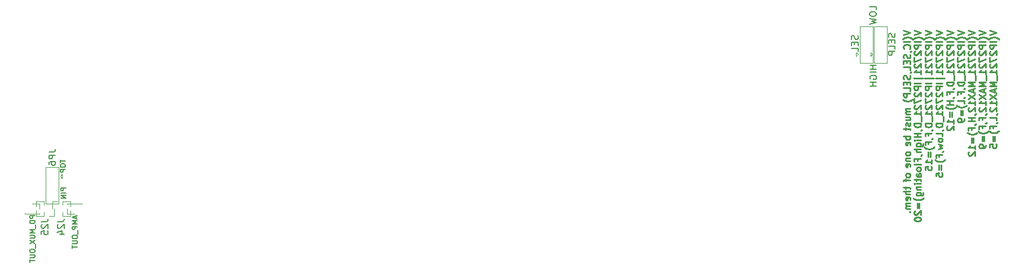
<source format=gbo>
G04 #@! TF.GenerationSoftware,KiCad,Pcbnew,(7.0.0-122-g9f10c142c4)*
G04 #@! TF.CreationDate,2023-02-26T11:30:32+09:00*
G04 #@! TF.ProjectId,qLAMP-main,714c414d-502d-46d6-9169-6e2e6b696361,rev?*
G04 #@! TF.SameCoordinates,Original*
G04 #@! TF.FileFunction,Legend,Bot*
G04 #@! TF.FilePolarity,Positive*
%FSLAX46Y46*%
G04 Gerber Fmt 4.6, Leading zero omitted, Abs format (unit mm)*
G04 Created by KiCad (PCBNEW (7.0.0-122-g9f10c142c4)) date 2023-02-26 11:30:32*
%MOMM*%
%LPD*%
G01*
G04 APERTURE LIST*
%ADD10C,0.127000*%
%ADD11C,0.150000*%
%ADD12C,0.250000*%
%ADD13C,0.120000*%
G04 APERTURE END LIST*
D10*
X92465535Y-59677857D02*
X92465535Y-60106429D01*
X93215535Y-59892143D02*
X92465535Y-59892143D01*
X92465535Y-60499286D02*
X92465535Y-60642143D01*
X92465535Y-60642143D02*
X92501250Y-60713572D01*
X92501250Y-60713572D02*
X92572678Y-60785000D01*
X92572678Y-60785000D02*
X92715535Y-60820715D01*
X92715535Y-60820715D02*
X92965535Y-60820715D01*
X92965535Y-60820715D02*
X93108392Y-60785000D01*
X93108392Y-60785000D02*
X93179821Y-60713572D01*
X93179821Y-60713572D02*
X93215535Y-60642143D01*
X93215535Y-60642143D02*
X93215535Y-60499286D01*
X93215535Y-60499286D02*
X93179821Y-60427858D01*
X93179821Y-60427858D02*
X93108392Y-60356429D01*
X93108392Y-60356429D02*
X92965535Y-60320715D01*
X92965535Y-60320715D02*
X92715535Y-60320715D01*
X92715535Y-60320715D02*
X92572678Y-60356429D01*
X92572678Y-60356429D02*
X92501250Y-60427858D01*
X92501250Y-60427858D02*
X92465535Y-60499286D01*
X93215535Y-61142143D02*
X92465535Y-61142143D01*
X92465535Y-61142143D02*
X92465535Y-61427857D01*
X92465535Y-61427857D02*
X92501250Y-61499286D01*
X92501250Y-61499286D02*
X92536964Y-61535000D01*
X92536964Y-61535000D02*
X92608392Y-61570714D01*
X92608392Y-61570714D02*
X92715535Y-61570714D01*
X92715535Y-61570714D02*
X92786964Y-61535000D01*
X92786964Y-61535000D02*
X92822678Y-61499286D01*
X92822678Y-61499286D02*
X92858392Y-61427857D01*
X92858392Y-61427857D02*
X92858392Y-61142143D01*
X93275535Y-63942143D02*
X92525535Y-63942143D01*
X92525535Y-63942143D02*
X92525535Y-64227857D01*
X92525535Y-64227857D02*
X92561250Y-64299286D01*
X92561250Y-64299286D02*
X92596964Y-64335000D01*
X92596964Y-64335000D02*
X92668392Y-64370714D01*
X92668392Y-64370714D02*
X92775535Y-64370714D01*
X92775535Y-64370714D02*
X92846964Y-64335000D01*
X92846964Y-64335000D02*
X92882678Y-64299286D01*
X92882678Y-64299286D02*
X92918392Y-64227857D01*
X92918392Y-64227857D02*
X92918392Y-63942143D01*
X93275535Y-64692143D02*
X92525535Y-64692143D01*
X93275535Y-65049286D02*
X92525535Y-65049286D01*
X92525535Y-65049286D02*
X93275535Y-65477857D01*
X93275535Y-65477857D02*
X92525535Y-65477857D01*
D11*
X212189761Y-41017143D02*
X212237380Y-41160000D01*
X212237380Y-41160000D02*
X212237380Y-41398095D01*
X212237380Y-41398095D02*
X212189761Y-41493333D01*
X212189761Y-41493333D02*
X212142142Y-41540952D01*
X212142142Y-41540952D02*
X212046904Y-41588571D01*
X212046904Y-41588571D02*
X211951666Y-41588571D01*
X211951666Y-41588571D02*
X211856428Y-41540952D01*
X211856428Y-41540952D02*
X211808809Y-41493333D01*
X211808809Y-41493333D02*
X211761190Y-41398095D01*
X211761190Y-41398095D02*
X211713571Y-41207619D01*
X211713571Y-41207619D02*
X211665952Y-41112381D01*
X211665952Y-41112381D02*
X211618333Y-41064762D01*
X211618333Y-41064762D02*
X211523095Y-41017143D01*
X211523095Y-41017143D02*
X211427857Y-41017143D01*
X211427857Y-41017143D02*
X211332619Y-41064762D01*
X211332619Y-41064762D02*
X211285000Y-41112381D01*
X211285000Y-41112381D02*
X211237380Y-41207619D01*
X211237380Y-41207619D02*
X211237380Y-41445714D01*
X211237380Y-41445714D02*
X211285000Y-41588571D01*
X211713571Y-42017143D02*
X211713571Y-42350476D01*
X212237380Y-42493333D02*
X212237380Y-42017143D01*
X212237380Y-42017143D02*
X211237380Y-42017143D01*
X211237380Y-42017143D02*
X211237380Y-42493333D01*
X212237380Y-43398095D02*
X212237380Y-42921905D01*
X212237380Y-42921905D02*
X211237380Y-42921905D01*
X215007380Y-45482381D02*
X214007380Y-45482381D01*
X214483571Y-45482381D02*
X214483571Y-46053809D01*
X215007380Y-46053809D02*
X214007380Y-46053809D01*
X215007380Y-46530000D02*
X214007380Y-46530000D01*
X214055000Y-47529999D02*
X214007380Y-47434761D01*
X214007380Y-47434761D02*
X214007380Y-47291904D01*
X214007380Y-47291904D02*
X214055000Y-47149047D01*
X214055000Y-47149047D02*
X214150238Y-47053809D01*
X214150238Y-47053809D02*
X214245476Y-47006190D01*
X214245476Y-47006190D02*
X214435952Y-46958571D01*
X214435952Y-46958571D02*
X214578809Y-46958571D01*
X214578809Y-46958571D02*
X214769285Y-47006190D01*
X214769285Y-47006190D02*
X214864523Y-47053809D01*
X214864523Y-47053809D02*
X214959761Y-47149047D01*
X214959761Y-47149047D02*
X215007380Y-47291904D01*
X215007380Y-47291904D02*
X215007380Y-47387142D01*
X215007380Y-47387142D02*
X214959761Y-47529999D01*
X214959761Y-47529999D02*
X214912142Y-47577618D01*
X214912142Y-47577618D02*
X214578809Y-47577618D01*
X214578809Y-47577618D02*
X214578809Y-47387142D01*
X215007380Y-48006190D02*
X214007380Y-48006190D01*
X214483571Y-48006190D02*
X214483571Y-48577618D01*
X215007380Y-48577618D02*
X214007380Y-48577618D01*
X217759761Y-40677143D02*
X217807380Y-40820000D01*
X217807380Y-40820000D02*
X217807380Y-41058095D01*
X217807380Y-41058095D02*
X217759761Y-41153333D01*
X217759761Y-41153333D02*
X217712142Y-41200952D01*
X217712142Y-41200952D02*
X217616904Y-41248571D01*
X217616904Y-41248571D02*
X217521666Y-41248571D01*
X217521666Y-41248571D02*
X217426428Y-41200952D01*
X217426428Y-41200952D02*
X217378809Y-41153333D01*
X217378809Y-41153333D02*
X217331190Y-41058095D01*
X217331190Y-41058095D02*
X217283571Y-40867619D01*
X217283571Y-40867619D02*
X217235952Y-40772381D01*
X217235952Y-40772381D02*
X217188333Y-40724762D01*
X217188333Y-40724762D02*
X217093095Y-40677143D01*
X217093095Y-40677143D02*
X216997857Y-40677143D01*
X216997857Y-40677143D02*
X216902619Y-40724762D01*
X216902619Y-40724762D02*
X216855000Y-40772381D01*
X216855000Y-40772381D02*
X216807380Y-40867619D01*
X216807380Y-40867619D02*
X216807380Y-41105714D01*
X216807380Y-41105714D02*
X216855000Y-41248571D01*
X217283571Y-41677143D02*
X217283571Y-42010476D01*
X217807380Y-42153333D02*
X217807380Y-41677143D01*
X217807380Y-41677143D02*
X216807380Y-41677143D01*
X216807380Y-41677143D02*
X216807380Y-42153333D01*
X217807380Y-43058095D02*
X217807380Y-42581905D01*
X217807380Y-42581905D02*
X216807380Y-42581905D01*
X217807380Y-43391429D02*
X216807380Y-43391429D01*
X216807380Y-43391429D02*
X216807380Y-43772381D01*
X216807380Y-43772381D02*
X216855000Y-43867619D01*
X216855000Y-43867619D02*
X216902619Y-43915238D01*
X216902619Y-43915238D02*
X216997857Y-43962857D01*
X216997857Y-43962857D02*
X217140714Y-43962857D01*
X217140714Y-43962857D02*
X217235952Y-43915238D01*
X217235952Y-43915238D02*
X217283571Y-43867619D01*
X217283571Y-43867619D02*
X217331190Y-43772381D01*
X217331190Y-43772381D02*
X217331190Y-43391429D01*
D12*
X219067380Y-40265238D02*
X220067380Y-40598571D01*
X220067380Y-40598571D02*
X219067380Y-40931904D01*
X220448333Y-41550952D02*
X220400714Y-41503333D01*
X220400714Y-41503333D02*
X220257857Y-41408095D01*
X220257857Y-41408095D02*
X220162619Y-41360476D01*
X220162619Y-41360476D02*
X220019761Y-41312857D01*
X220019761Y-41312857D02*
X219781666Y-41265238D01*
X219781666Y-41265238D02*
X219591190Y-41265238D01*
X219591190Y-41265238D02*
X219353095Y-41312857D01*
X219353095Y-41312857D02*
X219210238Y-41360476D01*
X219210238Y-41360476D02*
X219115000Y-41408095D01*
X219115000Y-41408095D02*
X218972142Y-41503333D01*
X218972142Y-41503333D02*
X218924523Y-41550952D01*
X220067380Y-41931905D02*
X219067380Y-41931905D01*
X219972142Y-42979523D02*
X220019761Y-42931904D01*
X220019761Y-42931904D02*
X220067380Y-42789047D01*
X220067380Y-42789047D02*
X220067380Y-42693809D01*
X220067380Y-42693809D02*
X220019761Y-42550952D01*
X220019761Y-42550952D02*
X219924523Y-42455714D01*
X219924523Y-42455714D02*
X219829285Y-42408095D01*
X219829285Y-42408095D02*
X219638809Y-42360476D01*
X219638809Y-42360476D02*
X219495952Y-42360476D01*
X219495952Y-42360476D02*
X219305476Y-42408095D01*
X219305476Y-42408095D02*
X219210238Y-42455714D01*
X219210238Y-42455714D02*
X219115000Y-42550952D01*
X219115000Y-42550952D02*
X219067380Y-42693809D01*
X219067380Y-42693809D02*
X219067380Y-42789047D01*
X219067380Y-42789047D02*
X219115000Y-42931904D01*
X219115000Y-42931904D02*
X219162619Y-42979523D01*
X220019761Y-43455714D02*
X220067380Y-43455714D01*
X220067380Y-43455714D02*
X220162619Y-43408095D01*
X220162619Y-43408095D02*
X220210238Y-43360476D01*
X220019761Y-43836666D02*
X220067380Y-43979523D01*
X220067380Y-43979523D02*
X220067380Y-44217618D01*
X220067380Y-44217618D02*
X220019761Y-44312856D01*
X220019761Y-44312856D02*
X219972142Y-44360475D01*
X219972142Y-44360475D02*
X219876904Y-44408094D01*
X219876904Y-44408094D02*
X219781666Y-44408094D01*
X219781666Y-44408094D02*
X219686428Y-44360475D01*
X219686428Y-44360475D02*
X219638809Y-44312856D01*
X219638809Y-44312856D02*
X219591190Y-44217618D01*
X219591190Y-44217618D02*
X219543571Y-44027142D01*
X219543571Y-44027142D02*
X219495952Y-43931904D01*
X219495952Y-43931904D02*
X219448333Y-43884285D01*
X219448333Y-43884285D02*
X219353095Y-43836666D01*
X219353095Y-43836666D02*
X219257857Y-43836666D01*
X219257857Y-43836666D02*
X219162619Y-43884285D01*
X219162619Y-43884285D02*
X219115000Y-43931904D01*
X219115000Y-43931904D02*
X219067380Y-44027142D01*
X219067380Y-44027142D02*
X219067380Y-44265237D01*
X219067380Y-44265237D02*
X219115000Y-44408094D01*
X219543571Y-44836666D02*
X219543571Y-45169999D01*
X220067380Y-45312856D02*
X220067380Y-44836666D01*
X220067380Y-44836666D02*
X219067380Y-44836666D01*
X219067380Y-44836666D02*
X219067380Y-45312856D01*
X220067380Y-46217618D02*
X220067380Y-45741428D01*
X220067380Y-45741428D02*
X219067380Y-45741428D01*
X220019761Y-46598571D02*
X220067380Y-46598571D01*
X220067380Y-46598571D02*
X220162619Y-46550952D01*
X220162619Y-46550952D02*
X220210238Y-46503333D01*
X220019761Y-46979523D02*
X220067380Y-47122380D01*
X220067380Y-47122380D02*
X220067380Y-47360475D01*
X220067380Y-47360475D02*
X220019761Y-47455713D01*
X220019761Y-47455713D02*
X219972142Y-47503332D01*
X219972142Y-47503332D02*
X219876904Y-47550951D01*
X219876904Y-47550951D02*
X219781666Y-47550951D01*
X219781666Y-47550951D02*
X219686428Y-47503332D01*
X219686428Y-47503332D02*
X219638809Y-47455713D01*
X219638809Y-47455713D02*
X219591190Y-47360475D01*
X219591190Y-47360475D02*
X219543571Y-47169999D01*
X219543571Y-47169999D02*
X219495952Y-47074761D01*
X219495952Y-47074761D02*
X219448333Y-47027142D01*
X219448333Y-47027142D02*
X219353095Y-46979523D01*
X219353095Y-46979523D02*
X219257857Y-46979523D01*
X219257857Y-46979523D02*
X219162619Y-47027142D01*
X219162619Y-47027142D02*
X219115000Y-47074761D01*
X219115000Y-47074761D02*
X219067380Y-47169999D01*
X219067380Y-47169999D02*
X219067380Y-47408094D01*
X219067380Y-47408094D02*
X219115000Y-47550951D01*
X219543571Y-47979523D02*
X219543571Y-48312856D01*
X220067380Y-48455713D02*
X220067380Y-47979523D01*
X220067380Y-47979523D02*
X219067380Y-47979523D01*
X219067380Y-47979523D02*
X219067380Y-48455713D01*
X220067380Y-49360475D02*
X220067380Y-48884285D01*
X220067380Y-48884285D02*
X219067380Y-48884285D01*
X220067380Y-49693809D02*
X219067380Y-49693809D01*
X219067380Y-49693809D02*
X219067380Y-50074761D01*
X219067380Y-50074761D02*
X219115000Y-50169999D01*
X219115000Y-50169999D02*
X219162619Y-50217618D01*
X219162619Y-50217618D02*
X219257857Y-50265237D01*
X219257857Y-50265237D02*
X219400714Y-50265237D01*
X219400714Y-50265237D02*
X219495952Y-50217618D01*
X219495952Y-50217618D02*
X219543571Y-50169999D01*
X219543571Y-50169999D02*
X219591190Y-50074761D01*
X219591190Y-50074761D02*
X219591190Y-49693809D01*
X220448333Y-50598571D02*
X220400714Y-50646190D01*
X220400714Y-50646190D02*
X220257857Y-50741428D01*
X220257857Y-50741428D02*
X220162619Y-50789047D01*
X220162619Y-50789047D02*
X220019761Y-50836666D01*
X220019761Y-50836666D02*
X219781666Y-50884285D01*
X219781666Y-50884285D02*
X219591190Y-50884285D01*
X219591190Y-50884285D02*
X219353095Y-50836666D01*
X219353095Y-50836666D02*
X219210238Y-50789047D01*
X219210238Y-50789047D02*
X219115000Y-50741428D01*
X219115000Y-50741428D02*
X218972142Y-50646190D01*
X218972142Y-50646190D02*
X218924523Y-50598571D01*
X220067380Y-51960476D02*
X219400714Y-51960476D01*
X219495952Y-51960476D02*
X219448333Y-52008095D01*
X219448333Y-52008095D02*
X219400714Y-52103333D01*
X219400714Y-52103333D02*
X219400714Y-52246190D01*
X219400714Y-52246190D02*
X219448333Y-52341428D01*
X219448333Y-52341428D02*
X219543571Y-52389047D01*
X219543571Y-52389047D02*
X220067380Y-52389047D01*
X219543571Y-52389047D02*
X219448333Y-52436666D01*
X219448333Y-52436666D02*
X219400714Y-52531904D01*
X219400714Y-52531904D02*
X219400714Y-52674761D01*
X219400714Y-52674761D02*
X219448333Y-52770000D01*
X219448333Y-52770000D02*
X219543571Y-52817619D01*
X219543571Y-52817619D02*
X220067380Y-52817619D01*
X219400714Y-53722380D02*
X220067380Y-53722380D01*
X219400714Y-53293809D02*
X219924523Y-53293809D01*
X219924523Y-53293809D02*
X220019761Y-53341428D01*
X220019761Y-53341428D02*
X220067380Y-53436666D01*
X220067380Y-53436666D02*
X220067380Y-53579523D01*
X220067380Y-53579523D02*
X220019761Y-53674761D01*
X220019761Y-53674761D02*
X219972142Y-53722380D01*
X220019761Y-54150952D02*
X220067380Y-54246190D01*
X220067380Y-54246190D02*
X220067380Y-54436666D01*
X220067380Y-54436666D02*
X220019761Y-54531904D01*
X220019761Y-54531904D02*
X219924523Y-54579523D01*
X219924523Y-54579523D02*
X219876904Y-54579523D01*
X219876904Y-54579523D02*
X219781666Y-54531904D01*
X219781666Y-54531904D02*
X219734047Y-54436666D01*
X219734047Y-54436666D02*
X219734047Y-54293809D01*
X219734047Y-54293809D02*
X219686428Y-54198571D01*
X219686428Y-54198571D02*
X219591190Y-54150952D01*
X219591190Y-54150952D02*
X219543571Y-54150952D01*
X219543571Y-54150952D02*
X219448333Y-54198571D01*
X219448333Y-54198571D02*
X219400714Y-54293809D01*
X219400714Y-54293809D02*
X219400714Y-54436666D01*
X219400714Y-54436666D02*
X219448333Y-54531904D01*
X219400714Y-54865238D02*
X219400714Y-55246190D01*
X219067380Y-55008095D02*
X219924523Y-55008095D01*
X219924523Y-55008095D02*
X220019761Y-55055714D01*
X220019761Y-55055714D02*
X220067380Y-55150952D01*
X220067380Y-55150952D02*
X220067380Y-55246190D01*
X220067380Y-56179524D02*
X219067380Y-56179524D01*
X219448333Y-56179524D02*
X219400714Y-56274762D01*
X219400714Y-56274762D02*
X219400714Y-56465238D01*
X219400714Y-56465238D02*
X219448333Y-56560476D01*
X219448333Y-56560476D02*
X219495952Y-56608095D01*
X219495952Y-56608095D02*
X219591190Y-56655714D01*
X219591190Y-56655714D02*
X219876904Y-56655714D01*
X219876904Y-56655714D02*
X219972142Y-56608095D01*
X219972142Y-56608095D02*
X220019761Y-56560476D01*
X220019761Y-56560476D02*
X220067380Y-56465238D01*
X220067380Y-56465238D02*
X220067380Y-56274762D01*
X220067380Y-56274762D02*
X220019761Y-56179524D01*
X220019761Y-57465238D02*
X220067380Y-57370000D01*
X220067380Y-57370000D02*
X220067380Y-57179524D01*
X220067380Y-57179524D02*
X220019761Y-57084286D01*
X220019761Y-57084286D02*
X219924523Y-57036667D01*
X219924523Y-57036667D02*
X219543571Y-57036667D01*
X219543571Y-57036667D02*
X219448333Y-57084286D01*
X219448333Y-57084286D02*
X219400714Y-57179524D01*
X219400714Y-57179524D02*
X219400714Y-57370000D01*
X219400714Y-57370000D02*
X219448333Y-57465238D01*
X219448333Y-57465238D02*
X219543571Y-57512857D01*
X219543571Y-57512857D02*
X219638809Y-57512857D01*
X219638809Y-57512857D02*
X219734047Y-57036667D01*
X220067380Y-58684286D02*
X220019761Y-58589048D01*
X220019761Y-58589048D02*
X219972142Y-58541429D01*
X219972142Y-58541429D02*
X219876904Y-58493810D01*
X219876904Y-58493810D02*
X219591190Y-58493810D01*
X219591190Y-58493810D02*
X219495952Y-58541429D01*
X219495952Y-58541429D02*
X219448333Y-58589048D01*
X219448333Y-58589048D02*
X219400714Y-58684286D01*
X219400714Y-58684286D02*
X219400714Y-58827143D01*
X219400714Y-58827143D02*
X219448333Y-58922381D01*
X219448333Y-58922381D02*
X219495952Y-58970000D01*
X219495952Y-58970000D02*
X219591190Y-59017619D01*
X219591190Y-59017619D02*
X219876904Y-59017619D01*
X219876904Y-59017619D02*
X219972142Y-58970000D01*
X219972142Y-58970000D02*
X220019761Y-58922381D01*
X220019761Y-58922381D02*
X220067380Y-58827143D01*
X220067380Y-58827143D02*
X220067380Y-58684286D01*
X219400714Y-59446191D02*
X220067380Y-59446191D01*
X219495952Y-59446191D02*
X219448333Y-59493810D01*
X219448333Y-59493810D02*
X219400714Y-59589048D01*
X219400714Y-59589048D02*
X219400714Y-59731905D01*
X219400714Y-59731905D02*
X219448333Y-59827143D01*
X219448333Y-59827143D02*
X219543571Y-59874762D01*
X219543571Y-59874762D02*
X220067380Y-59874762D01*
X220019761Y-60731905D02*
X220067380Y-60636667D01*
X220067380Y-60636667D02*
X220067380Y-60446191D01*
X220067380Y-60446191D02*
X220019761Y-60350953D01*
X220019761Y-60350953D02*
X219924523Y-60303334D01*
X219924523Y-60303334D02*
X219543571Y-60303334D01*
X219543571Y-60303334D02*
X219448333Y-60350953D01*
X219448333Y-60350953D02*
X219400714Y-60446191D01*
X219400714Y-60446191D02*
X219400714Y-60636667D01*
X219400714Y-60636667D02*
X219448333Y-60731905D01*
X219448333Y-60731905D02*
X219543571Y-60779524D01*
X219543571Y-60779524D02*
X219638809Y-60779524D01*
X219638809Y-60779524D02*
X219734047Y-60303334D01*
X220067380Y-61950953D02*
X220019761Y-61855715D01*
X220019761Y-61855715D02*
X219972142Y-61808096D01*
X219972142Y-61808096D02*
X219876904Y-61760477D01*
X219876904Y-61760477D02*
X219591190Y-61760477D01*
X219591190Y-61760477D02*
X219495952Y-61808096D01*
X219495952Y-61808096D02*
X219448333Y-61855715D01*
X219448333Y-61855715D02*
X219400714Y-61950953D01*
X219400714Y-61950953D02*
X219400714Y-62093810D01*
X219400714Y-62093810D02*
X219448333Y-62189048D01*
X219448333Y-62189048D02*
X219495952Y-62236667D01*
X219495952Y-62236667D02*
X219591190Y-62284286D01*
X219591190Y-62284286D02*
X219876904Y-62284286D01*
X219876904Y-62284286D02*
X219972142Y-62236667D01*
X219972142Y-62236667D02*
X220019761Y-62189048D01*
X220019761Y-62189048D02*
X220067380Y-62093810D01*
X220067380Y-62093810D02*
X220067380Y-61950953D01*
X219400714Y-62570001D02*
X219400714Y-62950953D01*
X220067380Y-62712858D02*
X219210238Y-62712858D01*
X219210238Y-62712858D02*
X219115000Y-62760477D01*
X219115000Y-62760477D02*
X219067380Y-62855715D01*
X219067380Y-62855715D02*
X219067380Y-62950953D01*
X219400714Y-63741430D02*
X219400714Y-64122382D01*
X219067380Y-63884287D02*
X219924523Y-63884287D01*
X219924523Y-63884287D02*
X220019761Y-63931906D01*
X220019761Y-63931906D02*
X220067380Y-64027144D01*
X220067380Y-64027144D02*
X220067380Y-64122382D01*
X220067380Y-64455716D02*
X219067380Y-64455716D01*
X220067380Y-64884287D02*
X219543571Y-64884287D01*
X219543571Y-64884287D02*
X219448333Y-64836668D01*
X219448333Y-64836668D02*
X219400714Y-64741430D01*
X219400714Y-64741430D02*
X219400714Y-64598573D01*
X219400714Y-64598573D02*
X219448333Y-64503335D01*
X219448333Y-64503335D02*
X219495952Y-64455716D01*
X220019761Y-65741430D02*
X220067380Y-65646192D01*
X220067380Y-65646192D02*
X220067380Y-65455716D01*
X220067380Y-65455716D02*
X220019761Y-65360478D01*
X220019761Y-65360478D02*
X219924523Y-65312859D01*
X219924523Y-65312859D02*
X219543571Y-65312859D01*
X219543571Y-65312859D02*
X219448333Y-65360478D01*
X219448333Y-65360478D02*
X219400714Y-65455716D01*
X219400714Y-65455716D02*
X219400714Y-65646192D01*
X219400714Y-65646192D02*
X219448333Y-65741430D01*
X219448333Y-65741430D02*
X219543571Y-65789049D01*
X219543571Y-65789049D02*
X219638809Y-65789049D01*
X219638809Y-65789049D02*
X219734047Y-65312859D01*
X220067380Y-66217621D02*
X219400714Y-66217621D01*
X219495952Y-66217621D02*
X219448333Y-66265240D01*
X219448333Y-66265240D02*
X219400714Y-66360478D01*
X219400714Y-66360478D02*
X219400714Y-66503335D01*
X219400714Y-66503335D02*
X219448333Y-66598573D01*
X219448333Y-66598573D02*
X219543571Y-66646192D01*
X219543571Y-66646192D02*
X220067380Y-66646192D01*
X219543571Y-66646192D02*
X219448333Y-66693811D01*
X219448333Y-66693811D02*
X219400714Y-66789049D01*
X219400714Y-66789049D02*
X219400714Y-66931906D01*
X219400714Y-66931906D02*
X219448333Y-67027145D01*
X219448333Y-67027145D02*
X219543571Y-67074764D01*
X219543571Y-67074764D02*
X220067380Y-67074764D01*
X219972142Y-67550954D02*
X220019761Y-67598573D01*
X220019761Y-67598573D02*
X220067380Y-67550954D01*
X220067380Y-67550954D02*
X220019761Y-67503335D01*
X220019761Y-67503335D02*
X219972142Y-67550954D01*
X219972142Y-67550954D02*
X220067380Y-67550954D01*
X220687380Y-40265238D02*
X221687380Y-40598571D01*
X221687380Y-40598571D02*
X220687380Y-40931904D01*
X222068333Y-41550952D02*
X222020714Y-41503333D01*
X222020714Y-41503333D02*
X221877857Y-41408095D01*
X221877857Y-41408095D02*
X221782619Y-41360476D01*
X221782619Y-41360476D02*
X221639761Y-41312857D01*
X221639761Y-41312857D02*
X221401666Y-41265238D01*
X221401666Y-41265238D02*
X221211190Y-41265238D01*
X221211190Y-41265238D02*
X220973095Y-41312857D01*
X220973095Y-41312857D02*
X220830238Y-41360476D01*
X220830238Y-41360476D02*
X220735000Y-41408095D01*
X220735000Y-41408095D02*
X220592142Y-41503333D01*
X220592142Y-41503333D02*
X220544523Y-41550952D01*
X221687380Y-41931905D02*
X220687380Y-41931905D01*
X221687380Y-42408095D02*
X220687380Y-42408095D01*
X220687380Y-42408095D02*
X220687380Y-42789047D01*
X220687380Y-42789047D02*
X220735000Y-42884285D01*
X220735000Y-42884285D02*
X220782619Y-42931904D01*
X220782619Y-42931904D02*
X220877857Y-42979523D01*
X220877857Y-42979523D02*
X221020714Y-42979523D01*
X221020714Y-42979523D02*
X221115952Y-42931904D01*
X221115952Y-42931904D02*
X221163571Y-42884285D01*
X221163571Y-42884285D02*
X221211190Y-42789047D01*
X221211190Y-42789047D02*
X221211190Y-42408095D01*
X220782619Y-43360476D02*
X220735000Y-43408095D01*
X220735000Y-43408095D02*
X220687380Y-43503333D01*
X220687380Y-43503333D02*
X220687380Y-43741428D01*
X220687380Y-43741428D02*
X220735000Y-43836666D01*
X220735000Y-43836666D02*
X220782619Y-43884285D01*
X220782619Y-43884285D02*
X220877857Y-43931904D01*
X220877857Y-43931904D02*
X220973095Y-43931904D01*
X220973095Y-43931904D02*
X221115952Y-43884285D01*
X221115952Y-43884285D02*
X221687380Y-43312857D01*
X221687380Y-43312857D02*
X221687380Y-43931904D01*
X220687380Y-44265238D02*
X220687380Y-44931904D01*
X220687380Y-44931904D02*
X221687380Y-44503333D01*
X220782619Y-45265238D02*
X220735000Y-45312857D01*
X220735000Y-45312857D02*
X220687380Y-45408095D01*
X220687380Y-45408095D02*
X220687380Y-45646190D01*
X220687380Y-45646190D02*
X220735000Y-45741428D01*
X220735000Y-45741428D02*
X220782619Y-45789047D01*
X220782619Y-45789047D02*
X220877857Y-45836666D01*
X220877857Y-45836666D02*
X220973095Y-45836666D01*
X220973095Y-45836666D02*
X221115952Y-45789047D01*
X221115952Y-45789047D02*
X221687380Y-45217619D01*
X221687380Y-45217619D02*
X221687380Y-45836666D01*
X221687380Y-46789047D02*
X221687380Y-46217619D01*
X221687380Y-46503333D02*
X220687380Y-46503333D01*
X220687380Y-46503333D02*
X220830238Y-46408095D01*
X220830238Y-46408095D02*
X220925476Y-46312857D01*
X220925476Y-46312857D02*
X220973095Y-46217619D01*
X222020714Y-47455714D02*
X220592142Y-47455714D01*
X221687380Y-48170000D02*
X220687380Y-48170000D01*
X221687380Y-48646190D02*
X220687380Y-48646190D01*
X220687380Y-48646190D02*
X220687380Y-49027142D01*
X220687380Y-49027142D02*
X220735000Y-49122380D01*
X220735000Y-49122380D02*
X220782619Y-49169999D01*
X220782619Y-49169999D02*
X220877857Y-49217618D01*
X220877857Y-49217618D02*
X221020714Y-49217618D01*
X221020714Y-49217618D02*
X221115952Y-49169999D01*
X221115952Y-49169999D02*
X221163571Y-49122380D01*
X221163571Y-49122380D02*
X221211190Y-49027142D01*
X221211190Y-49027142D02*
X221211190Y-48646190D01*
X220782619Y-49598571D02*
X220735000Y-49646190D01*
X220735000Y-49646190D02*
X220687380Y-49741428D01*
X220687380Y-49741428D02*
X220687380Y-49979523D01*
X220687380Y-49979523D02*
X220735000Y-50074761D01*
X220735000Y-50074761D02*
X220782619Y-50122380D01*
X220782619Y-50122380D02*
X220877857Y-50169999D01*
X220877857Y-50169999D02*
X220973095Y-50169999D01*
X220973095Y-50169999D02*
X221115952Y-50122380D01*
X221115952Y-50122380D02*
X221687380Y-49550952D01*
X221687380Y-49550952D02*
X221687380Y-50169999D01*
X220687380Y-50503333D02*
X220687380Y-51169999D01*
X220687380Y-51169999D02*
X221687380Y-50741428D01*
X220782619Y-51503333D02*
X220735000Y-51550952D01*
X220735000Y-51550952D02*
X220687380Y-51646190D01*
X220687380Y-51646190D02*
X220687380Y-51884285D01*
X220687380Y-51884285D02*
X220735000Y-51979523D01*
X220735000Y-51979523D02*
X220782619Y-52027142D01*
X220782619Y-52027142D02*
X220877857Y-52074761D01*
X220877857Y-52074761D02*
X220973095Y-52074761D01*
X220973095Y-52074761D02*
X221115952Y-52027142D01*
X221115952Y-52027142D02*
X221687380Y-51455714D01*
X221687380Y-51455714D02*
X221687380Y-52074761D01*
X221687380Y-53027142D02*
X221687380Y-52455714D01*
X221687380Y-52741428D02*
X220687380Y-52741428D01*
X220687380Y-52741428D02*
X220830238Y-52646190D01*
X220830238Y-52646190D02*
X220925476Y-52550952D01*
X220925476Y-52550952D02*
X220973095Y-52455714D01*
X221782619Y-53217619D02*
X221782619Y-53979523D01*
X221687380Y-54217619D02*
X220687380Y-54217619D01*
X220687380Y-54217619D02*
X220687380Y-54455714D01*
X220687380Y-54455714D02*
X220735000Y-54598571D01*
X220735000Y-54598571D02*
X220830238Y-54693809D01*
X220830238Y-54693809D02*
X220925476Y-54741428D01*
X220925476Y-54741428D02*
X221115952Y-54789047D01*
X221115952Y-54789047D02*
X221258809Y-54789047D01*
X221258809Y-54789047D02*
X221449285Y-54741428D01*
X221449285Y-54741428D02*
X221544523Y-54693809D01*
X221544523Y-54693809D02*
X221639761Y-54598571D01*
X221639761Y-54598571D02*
X221687380Y-54455714D01*
X221687380Y-54455714D02*
X221687380Y-54217619D01*
X221639761Y-55265238D02*
X221687380Y-55265238D01*
X221687380Y-55265238D02*
X221782619Y-55217619D01*
X221782619Y-55217619D02*
X221830238Y-55170000D01*
X221687380Y-55693809D02*
X220687380Y-55693809D01*
X221163571Y-55693809D02*
X221163571Y-56265237D01*
X221687380Y-56265237D02*
X220687380Y-56265237D01*
X221687380Y-56741428D02*
X221020714Y-56741428D01*
X220687380Y-56741428D02*
X220735000Y-56693809D01*
X220735000Y-56693809D02*
X220782619Y-56741428D01*
X220782619Y-56741428D02*
X220735000Y-56789047D01*
X220735000Y-56789047D02*
X220687380Y-56741428D01*
X220687380Y-56741428D02*
X220782619Y-56741428D01*
X221020714Y-57646189D02*
X221830238Y-57646189D01*
X221830238Y-57646189D02*
X221925476Y-57598570D01*
X221925476Y-57598570D02*
X221973095Y-57550951D01*
X221973095Y-57550951D02*
X222020714Y-57455713D01*
X222020714Y-57455713D02*
X222020714Y-57312856D01*
X222020714Y-57312856D02*
X221973095Y-57217618D01*
X221639761Y-57646189D02*
X221687380Y-57550951D01*
X221687380Y-57550951D02*
X221687380Y-57360475D01*
X221687380Y-57360475D02*
X221639761Y-57265237D01*
X221639761Y-57265237D02*
X221592142Y-57217618D01*
X221592142Y-57217618D02*
X221496904Y-57169999D01*
X221496904Y-57169999D02*
X221211190Y-57169999D01*
X221211190Y-57169999D02*
X221115952Y-57217618D01*
X221115952Y-57217618D02*
X221068333Y-57265237D01*
X221068333Y-57265237D02*
X221020714Y-57360475D01*
X221020714Y-57360475D02*
X221020714Y-57550951D01*
X221020714Y-57550951D02*
X221068333Y-57646189D01*
X221687380Y-58122380D02*
X220687380Y-58122380D01*
X221687380Y-58550951D02*
X221163571Y-58550951D01*
X221163571Y-58550951D02*
X221068333Y-58503332D01*
X221068333Y-58503332D02*
X221020714Y-58408094D01*
X221020714Y-58408094D02*
X221020714Y-58265237D01*
X221020714Y-58265237D02*
X221068333Y-58169999D01*
X221068333Y-58169999D02*
X221115952Y-58122380D01*
X221639761Y-59074761D02*
X221687380Y-59074761D01*
X221687380Y-59074761D02*
X221782619Y-59027142D01*
X221782619Y-59027142D02*
X221830238Y-58979523D01*
X221163571Y-59836665D02*
X221163571Y-59503332D01*
X221687380Y-59503332D02*
X220687380Y-59503332D01*
X220687380Y-59503332D02*
X220687380Y-59979522D01*
X221687380Y-60503332D02*
X221639761Y-60408094D01*
X221639761Y-60408094D02*
X221544523Y-60360475D01*
X221544523Y-60360475D02*
X220687380Y-60360475D01*
X221687380Y-61027142D02*
X221639761Y-60931904D01*
X221639761Y-60931904D02*
X221592142Y-60884285D01*
X221592142Y-60884285D02*
X221496904Y-60836666D01*
X221496904Y-60836666D02*
X221211190Y-60836666D01*
X221211190Y-60836666D02*
X221115952Y-60884285D01*
X221115952Y-60884285D02*
X221068333Y-60931904D01*
X221068333Y-60931904D02*
X221020714Y-61027142D01*
X221020714Y-61027142D02*
X221020714Y-61169999D01*
X221020714Y-61169999D02*
X221068333Y-61265237D01*
X221068333Y-61265237D02*
X221115952Y-61312856D01*
X221115952Y-61312856D02*
X221211190Y-61360475D01*
X221211190Y-61360475D02*
X221496904Y-61360475D01*
X221496904Y-61360475D02*
X221592142Y-61312856D01*
X221592142Y-61312856D02*
X221639761Y-61265237D01*
X221639761Y-61265237D02*
X221687380Y-61169999D01*
X221687380Y-61169999D02*
X221687380Y-61027142D01*
X221687380Y-62217618D02*
X221163571Y-62217618D01*
X221163571Y-62217618D02*
X221068333Y-62169999D01*
X221068333Y-62169999D02*
X221020714Y-62074761D01*
X221020714Y-62074761D02*
X221020714Y-61884285D01*
X221020714Y-61884285D02*
X221068333Y-61789047D01*
X221639761Y-62217618D02*
X221687380Y-62122380D01*
X221687380Y-62122380D02*
X221687380Y-61884285D01*
X221687380Y-61884285D02*
X221639761Y-61789047D01*
X221639761Y-61789047D02*
X221544523Y-61741428D01*
X221544523Y-61741428D02*
X221449285Y-61741428D01*
X221449285Y-61741428D02*
X221354047Y-61789047D01*
X221354047Y-61789047D02*
X221306428Y-61884285D01*
X221306428Y-61884285D02*
X221306428Y-62122380D01*
X221306428Y-62122380D02*
X221258809Y-62217618D01*
X221020714Y-62550952D02*
X221020714Y-62931904D01*
X220687380Y-62693809D02*
X221544523Y-62693809D01*
X221544523Y-62693809D02*
X221639761Y-62741428D01*
X221639761Y-62741428D02*
X221687380Y-62836666D01*
X221687380Y-62836666D02*
X221687380Y-62931904D01*
X221687380Y-63265238D02*
X221020714Y-63265238D01*
X220687380Y-63265238D02*
X220735000Y-63217619D01*
X220735000Y-63217619D02*
X220782619Y-63265238D01*
X220782619Y-63265238D02*
X220735000Y-63312857D01*
X220735000Y-63312857D02*
X220687380Y-63265238D01*
X220687380Y-63265238D02*
X220782619Y-63265238D01*
X221020714Y-63741428D02*
X221687380Y-63741428D01*
X221115952Y-63741428D02*
X221068333Y-63789047D01*
X221068333Y-63789047D02*
X221020714Y-63884285D01*
X221020714Y-63884285D02*
X221020714Y-64027142D01*
X221020714Y-64027142D02*
X221068333Y-64122380D01*
X221068333Y-64122380D02*
X221163571Y-64169999D01*
X221163571Y-64169999D02*
X221687380Y-64169999D01*
X221020714Y-65074761D02*
X221830238Y-65074761D01*
X221830238Y-65074761D02*
X221925476Y-65027142D01*
X221925476Y-65027142D02*
X221973095Y-64979523D01*
X221973095Y-64979523D02*
X222020714Y-64884285D01*
X222020714Y-64884285D02*
X222020714Y-64741428D01*
X222020714Y-64741428D02*
X221973095Y-64646190D01*
X221639761Y-65074761D02*
X221687380Y-64979523D01*
X221687380Y-64979523D02*
X221687380Y-64789047D01*
X221687380Y-64789047D02*
X221639761Y-64693809D01*
X221639761Y-64693809D02*
X221592142Y-64646190D01*
X221592142Y-64646190D02*
X221496904Y-64598571D01*
X221496904Y-64598571D02*
X221211190Y-64598571D01*
X221211190Y-64598571D02*
X221115952Y-64646190D01*
X221115952Y-64646190D02*
X221068333Y-64693809D01*
X221068333Y-64693809D02*
X221020714Y-64789047D01*
X221020714Y-64789047D02*
X221020714Y-64979523D01*
X221020714Y-64979523D02*
X221068333Y-65074761D01*
X222068333Y-65455714D02*
X222020714Y-65503333D01*
X222020714Y-65503333D02*
X221877857Y-65598571D01*
X221877857Y-65598571D02*
X221782619Y-65646190D01*
X221782619Y-65646190D02*
X221639761Y-65693809D01*
X221639761Y-65693809D02*
X221401666Y-65741428D01*
X221401666Y-65741428D02*
X221211190Y-65741428D01*
X221211190Y-65741428D02*
X220973095Y-65693809D01*
X220973095Y-65693809D02*
X220830238Y-65646190D01*
X220830238Y-65646190D02*
X220735000Y-65598571D01*
X220735000Y-65598571D02*
X220592142Y-65503333D01*
X220592142Y-65503333D02*
X220544523Y-65455714D01*
X221163571Y-66217619D02*
X221163571Y-66979524D01*
X221449285Y-66979524D02*
X221449285Y-66217619D01*
X220782619Y-67408095D02*
X220735000Y-67455714D01*
X220735000Y-67455714D02*
X220687380Y-67550952D01*
X220687380Y-67550952D02*
X220687380Y-67789047D01*
X220687380Y-67789047D02*
X220735000Y-67884285D01*
X220735000Y-67884285D02*
X220782619Y-67931904D01*
X220782619Y-67931904D02*
X220877857Y-67979523D01*
X220877857Y-67979523D02*
X220973095Y-67979523D01*
X220973095Y-67979523D02*
X221115952Y-67931904D01*
X221115952Y-67931904D02*
X221687380Y-67360476D01*
X221687380Y-67360476D02*
X221687380Y-67979523D01*
X220687380Y-68598571D02*
X220687380Y-68693809D01*
X220687380Y-68693809D02*
X220735000Y-68789047D01*
X220735000Y-68789047D02*
X220782619Y-68836666D01*
X220782619Y-68836666D02*
X220877857Y-68884285D01*
X220877857Y-68884285D02*
X221068333Y-68931904D01*
X221068333Y-68931904D02*
X221306428Y-68931904D01*
X221306428Y-68931904D02*
X221496904Y-68884285D01*
X221496904Y-68884285D02*
X221592142Y-68836666D01*
X221592142Y-68836666D02*
X221639761Y-68789047D01*
X221639761Y-68789047D02*
X221687380Y-68693809D01*
X221687380Y-68693809D02*
X221687380Y-68598571D01*
X221687380Y-68598571D02*
X221639761Y-68503333D01*
X221639761Y-68503333D02*
X221592142Y-68455714D01*
X221592142Y-68455714D02*
X221496904Y-68408095D01*
X221496904Y-68408095D02*
X221306428Y-68360476D01*
X221306428Y-68360476D02*
X221068333Y-68360476D01*
X221068333Y-68360476D02*
X220877857Y-68408095D01*
X220877857Y-68408095D02*
X220782619Y-68455714D01*
X220782619Y-68455714D02*
X220735000Y-68503333D01*
X220735000Y-68503333D02*
X220687380Y-68598571D01*
X222307380Y-40265238D02*
X223307380Y-40598571D01*
X223307380Y-40598571D02*
X222307380Y-40931904D01*
X223688333Y-41550952D02*
X223640714Y-41503333D01*
X223640714Y-41503333D02*
X223497857Y-41408095D01*
X223497857Y-41408095D02*
X223402619Y-41360476D01*
X223402619Y-41360476D02*
X223259761Y-41312857D01*
X223259761Y-41312857D02*
X223021666Y-41265238D01*
X223021666Y-41265238D02*
X222831190Y-41265238D01*
X222831190Y-41265238D02*
X222593095Y-41312857D01*
X222593095Y-41312857D02*
X222450238Y-41360476D01*
X222450238Y-41360476D02*
X222355000Y-41408095D01*
X222355000Y-41408095D02*
X222212142Y-41503333D01*
X222212142Y-41503333D02*
X222164523Y-41550952D01*
X223307380Y-41931905D02*
X222307380Y-41931905D01*
X223307380Y-42408095D02*
X222307380Y-42408095D01*
X222307380Y-42408095D02*
X222307380Y-42789047D01*
X222307380Y-42789047D02*
X222355000Y-42884285D01*
X222355000Y-42884285D02*
X222402619Y-42931904D01*
X222402619Y-42931904D02*
X222497857Y-42979523D01*
X222497857Y-42979523D02*
X222640714Y-42979523D01*
X222640714Y-42979523D02*
X222735952Y-42931904D01*
X222735952Y-42931904D02*
X222783571Y-42884285D01*
X222783571Y-42884285D02*
X222831190Y-42789047D01*
X222831190Y-42789047D02*
X222831190Y-42408095D01*
X222402619Y-43360476D02*
X222355000Y-43408095D01*
X222355000Y-43408095D02*
X222307380Y-43503333D01*
X222307380Y-43503333D02*
X222307380Y-43741428D01*
X222307380Y-43741428D02*
X222355000Y-43836666D01*
X222355000Y-43836666D02*
X222402619Y-43884285D01*
X222402619Y-43884285D02*
X222497857Y-43931904D01*
X222497857Y-43931904D02*
X222593095Y-43931904D01*
X222593095Y-43931904D02*
X222735952Y-43884285D01*
X222735952Y-43884285D02*
X223307380Y-43312857D01*
X223307380Y-43312857D02*
X223307380Y-43931904D01*
X222307380Y-44265238D02*
X222307380Y-44931904D01*
X222307380Y-44931904D02*
X223307380Y-44503333D01*
X222402619Y-45265238D02*
X222355000Y-45312857D01*
X222355000Y-45312857D02*
X222307380Y-45408095D01*
X222307380Y-45408095D02*
X222307380Y-45646190D01*
X222307380Y-45646190D02*
X222355000Y-45741428D01*
X222355000Y-45741428D02*
X222402619Y-45789047D01*
X222402619Y-45789047D02*
X222497857Y-45836666D01*
X222497857Y-45836666D02*
X222593095Y-45836666D01*
X222593095Y-45836666D02*
X222735952Y-45789047D01*
X222735952Y-45789047D02*
X223307380Y-45217619D01*
X223307380Y-45217619D02*
X223307380Y-45836666D01*
X223307380Y-46789047D02*
X223307380Y-46217619D01*
X223307380Y-46503333D02*
X222307380Y-46503333D01*
X222307380Y-46503333D02*
X222450238Y-46408095D01*
X222450238Y-46408095D02*
X222545476Y-46312857D01*
X222545476Y-46312857D02*
X222593095Y-46217619D01*
X223640714Y-47455714D02*
X222212142Y-47455714D01*
X223307380Y-48170000D02*
X222307380Y-48170000D01*
X223307380Y-48646190D02*
X222307380Y-48646190D01*
X222307380Y-48646190D02*
X222307380Y-49027142D01*
X222307380Y-49027142D02*
X222355000Y-49122380D01*
X222355000Y-49122380D02*
X222402619Y-49169999D01*
X222402619Y-49169999D02*
X222497857Y-49217618D01*
X222497857Y-49217618D02*
X222640714Y-49217618D01*
X222640714Y-49217618D02*
X222735952Y-49169999D01*
X222735952Y-49169999D02*
X222783571Y-49122380D01*
X222783571Y-49122380D02*
X222831190Y-49027142D01*
X222831190Y-49027142D02*
X222831190Y-48646190D01*
X222402619Y-49598571D02*
X222355000Y-49646190D01*
X222355000Y-49646190D02*
X222307380Y-49741428D01*
X222307380Y-49741428D02*
X222307380Y-49979523D01*
X222307380Y-49979523D02*
X222355000Y-50074761D01*
X222355000Y-50074761D02*
X222402619Y-50122380D01*
X222402619Y-50122380D02*
X222497857Y-50169999D01*
X222497857Y-50169999D02*
X222593095Y-50169999D01*
X222593095Y-50169999D02*
X222735952Y-50122380D01*
X222735952Y-50122380D02*
X223307380Y-49550952D01*
X223307380Y-49550952D02*
X223307380Y-50169999D01*
X222307380Y-50503333D02*
X222307380Y-51169999D01*
X222307380Y-51169999D02*
X223307380Y-50741428D01*
X222402619Y-51503333D02*
X222355000Y-51550952D01*
X222355000Y-51550952D02*
X222307380Y-51646190D01*
X222307380Y-51646190D02*
X222307380Y-51884285D01*
X222307380Y-51884285D02*
X222355000Y-51979523D01*
X222355000Y-51979523D02*
X222402619Y-52027142D01*
X222402619Y-52027142D02*
X222497857Y-52074761D01*
X222497857Y-52074761D02*
X222593095Y-52074761D01*
X222593095Y-52074761D02*
X222735952Y-52027142D01*
X222735952Y-52027142D02*
X223307380Y-51455714D01*
X223307380Y-51455714D02*
X223307380Y-52074761D01*
X223307380Y-53027142D02*
X223307380Y-52455714D01*
X223307380Y-52741428D02*
X222307380Y-52741428D01*
X222307380Y-52741428D02*
X222450238Y-52646190D01*
X222450238Y-52646190D02*
X222545476Y-52550952D01*
X222545476Y-52550952D02*
X222593095Y-52455714D01*
X223402619Y-53217619D02*
X223402619Y-53979523D01*
X223307380Y-54217619D02*
X222307380Y-54217619D01*
X222307380Y-54217619D02*
X222307380Y-54455714D01*
X222307380Y-54455714D02*
X222355000Y-54598571D01*
X222355000Y-54598571D02*
X222450238Y-54693809D01*
X222450238Y-54693809D02*
X222545476Y-54741428D01*
X222545476Y-54741428D02*
X222735952Y-54789047D01*
X222735952Y-54789047D02*
X222878809Y-54789047D01*
X222878809Y-54789047D02*
X223069285Y-54741428D01*
X223069285Y-54741428D02*
X223164523Y-54693809D01*
X223164523Y-54693809D02*
X223259761Y-54598571D01*
X223259761Y-54598571D02*
X223307380Y-54455714D01*
X223307380Y-54455714D02*
X223307380Y-54217619D01*
X223259761Y-55265238D02*
X223307380Y-55265238D01*
X223307380Y-55265238D02*
X223402619Y-55217619D01*
X223402619Y-55217619D02*
X223450238Y-55170000D01*
X222783571Y-56027142D02*
X222783571Y-55693809D01*
X223307380Y-55693809D02*
X222307380Y-55693809D01*
X222307380Y-55693809D02*
X222307380Y-56169999D01*
X223259761Y-56598571D02*
X223307380Y-56598571D01*
X223307380Y-56598571D02*
X223402619Y-56550952D01*
X223402619Y-56550952D02*
X223450238Y-56503333D01*
X222783571Y-57360475D02*
X222783571Y-57027142D01*
X223307380Y-57027142D02*
X222307380Y-57027142D01*
X222307380Y-57027142D02*
X222307380Y-57503332D01*
X223688333Y-57789047D02*
X223640714Y-57836666D01*
X223640714Y-57836666D02*
X223497857Y-57931904D01*
X223497857Y-57931904D02*
X223402619Y-57979523D01*
X223402619Y-57979523D02*
X223259761Y-58027142D01*
X223259761Y-58027142D02*
X223021666Y-58074761D01*
X223021666Y-58074761D02*
X222831190Y-58074761D01*
X222831190Y-58074761D02*
X222593095Y-58027142D01*
X222593095Y-58027142D02*
X222450238Y-57979523D01*
X222450238Y-57979523D02*
X222355000Y-57931904D01*
X222355000Y-57931904D02*
X222212142Y-57836666D01*
X222212142Y-57836666D02*
X222164523Y-57789047D01*
X222783571Y-58550952D02*
X222783571Y-59312857D01*
X223069285Y-59312857D02*
X223069285Y-58550952D01*
X223307380Y-60312856D02*
X223307380Y-59741428D01*
X223307380Y-60027142D02*
X222307380Y-60027142D01*
X222307380Y-60027142D02*
X222450238Y-59931904D01*
X222450238Y-59931904D02*
X222545476Y-59836666D01*
X222545476Y-59836666D02*
X222593095Y-59741428D01*
X222307380Y-61217618D02*
X222307380Y-60741428D01*
X222307380Y-60741428D02*
X222783571Y-60693809D01*
X222783571Y-60693809D02*
X222735952Y-60741428D01*
X222735952Y-60741428D02*
X222688333Y-60836666D01*
X222688333Y-60836666D02*
X222688333Y-61074761D01*
X222688333Y-61074761D02*
X222735952Y-61169999D01*
X222735952Y-61169999D02*
X222783571Y-61217618D01*
X222783571Y-61217618D02*
X222878809Y-61265237D01*
X222878809Y-61265237D02*
X223116904Y-61265237D01*
X223116904Y-61265237D02*
X223212142Y-61217618D01*
X223212142Y-61217618D02*
X223259761Y-61169999D01*
X223259761Y-61169999D02*
X223307380Y-61074761D01*
X223307380Y-61074761D02*
X223307380Y-60836666D01*
X223307380Y-60836666D02*
X223259761Y-60741428D01*
X223259761Y-60741428D02*
X223212142Y-60693809D01*
X223927380Y-40265238D02*
X224927380Y-40598571D01*
X224927380Y-40598571D02*
X223927380Y-40931904D01*
X225308333Y-41550952D02*
X225260714Y-41503333D01*
X225260714Y-41503333D02*
X225117857Y-41408095D01*
X225117857Y-41408095D02*
X225022619Y-41360476D01*
X225022619Y-41360476D02*
X224879761Y-41312857D01*
X224879761Y-41312857D02*
X224641666Y-41265238D01*
X224641666Y-41265238D02*
X224451190Y-41265238D01*
X224451190Y-41265238D02*
X224213095Y-41312857D01*
X224213095Y-41312857D02*
X224070238Y-41360476D01*
X224070238Y-41360476D02*
X223975000Y-41408095D01*
X223975000Y-41408095D02*
X223832142Y-41503333D01*
X223832142Y-41503333D02*
X223784523Y-41550952D01*
X224927380Y-41931905D02*
X223927380Y-41931905D01*
X224927380Y-42408095D02*
X223927380Y-42408095D01*
X223927380Y-42408095D02*
X223927380Y-42789047D01*
X223927380Y-42789047D02*
X223975000Y-42884285D01*
X223975000Y-42884285D02*
X224022619Y-42931904D01*
X224022619Y-42931904D02*
X224117857Y-42979523D01*
X224117857Y-42979523D02*
X224260714Y-42979523D01*
X224260714Y-42979523D02*
X224355952Y-42931904D01*
X224355952Y-42931904D02*
X224403571Y-42884285D01*
X224403571Y-42884285D02*
X224451190Y-42789047D01*
X224451190Y-42789047D02*
X224451190Y-42408095D01*
X224022619Y-43360476D02*
X223975000Y-43408095D01*
X223975000Y-43408095D02*
X223927380Y-43503333D01*
X223927380Y-43503333D02*
X223927380Y-43741428D01*
X223927380Y-43741428D02*
X223975000Y-43836666D01*
X223975000Y-43836666D02*
X224022619Y-43884285D01*
X224022619Y-43884285D02*
X224117857Y-43931904D01*
X224117857Y-43931904D02*
X224213095Y-43931904D01*
X224213095Y-43931904D02*
X224355952Y-43884285D01*
X224355952Y-43884285D02*
X224927380Y-43312857D01*
X224927380Y-43312857D02*
X224927380Y-43931904D01*
X223927380Y-44265238D02*
X223927380Y-44931904D01*
X223927380Y-44931904D02*
X224927380Y-44503333D01*
X224022619Y-45265238D02*
X223975000Y-45312857D01*
X223975000Y-45312857D02*
X223927380Y-45408095D01*
X223927380Y-45408095D02*
X223927380Y-45646190D01*
X223927380Y-45646190D02*
X223975000Y-45741428D01*
X223975000Y-45741428D02*
X224022619Y-45789047D01*
X224022619Y-45789047D02*
X224117857Y-45836666D01*
X224117857Y-45836666D02*
X224213095Y-45836666D01*
X224213095Y-45836666D02*
X224355952Y-45789047D01*
X224355952Y-45789047D02*
X224927380Y-45217619D01*
X224927380Y-45217619D02*
X224927380Y-45836666D01*
X224927380Y-46789047D02*
X224927380Y-46217619D01*
X224927380Y-46503333D02*
X223927380Y-46503333D01*
X223927380Y-46503333D02*
X224070238Y-46408095D01*
X224070238Y-46408095D02*
X224165476Y-46312857D01*
X224165476Y-46312857D02*
X224213095Y-46217619D01*
X225260714Y-47455714D02*
X223832142Y-47455714D01*
X224927380Y-48170000D02*
X223927380Y-48170000D01*
X224927380Y-48646190D02*
X223927380Y-48646190D01*
X223927380Y-48646190D02*
X223927380Y-49027142D01*
X223927380Y-49027142D02*
X223975000Y-49122380D01*
X223975000Y-49122380D02*
X224022619Y-49169999D01*
X224022619Y-49169999D02*
X224117857Y-49217618D01*
X224117857Y-49217618D02*
X224260714Y-49217618D01*
X224260714Y-49217618D02*
X224355952Y-49169999D01*
X224355952Y-49169999D02*
X224403571Y-49122380D01*
X224403571Y-49122380D02*
X224451190Y-49027142D01*
X224451190Y-49027142D02*
X224451190Y-48646190D01*
X224022619Y-49598571D02*
X223975000Y-49646190D01*
X223975000Y-49646190D02*
X223927380Y-49741428D01*
X223927380Y-49741428D02*
X223927380Y-49979523D01*
X223927380Y-49979523D02*
X223975000Y-50074761D01*
X223975000Y-50074761D02*
X224022619Y-50122380D01*
X224022619Y-50122380D02*
X224117857Y-50169999D01*
X224117857Y-50169999D02*
X224213095Y-50169999D01*
X224213095Y-50169999D02*
X224355952Y-50122380D01*
X224355952Y-50122380D02*
X224927380Y-49550952D01*
X224927380Y-49550952D02*
X224927380Y-50169999D01*
X223927380Y-50503333D02*
X223927380Y-51169999D01*
X223927380Y-51169999D02*
X224927380Y-50741428D01*
X224022619Y-51503333D02*
X223975000Y-51550952D01*
X223975000Y-51550952D02*
X223927380Y-51646190D01*
X223927380Y-51646190D02*
X223927380Y-51884285D01*
X223927380Y-51884285D02*
X223975000Y-51979523D01*
X223975000Y-51979523D02*
X224022619Y-52027142D01*
X224022619Y-52027142D02*
X224117857Y-52074761D01*
X224117857Y-52074761D02*
X224213095Y-52074761D01*
X224213095Y-52074761D02*
X224355952Y-52027142D01*
X224355952Y-52027142D02*
X224927380Y-51455714D01*
X224927380Y-51455714D02*
X224927380Y-52074761D01*
X224927380Y-53027142D02*
X224927380Y-52455714D01*
X224927380Y-52741428D02*
X223927380Y-52741428D01*
X223927380Y-52741428D02*
X224070238Y-52646190D01*
X224070238Y-52646190D02*
X224165476Y-52550952D01*
X224165476Y-52550952D02*
X224213095Y-52455714D01*
X225022619Y-53217619D02*
X225022619Y-53979523D01*
X224927380Y-54217619D02*
X223927380Y-54217619D01*
X223927380Y-54217619D02*
X223927380Y-54455714D01*
X223927380Y-54455714D02*
X223975000Y-54598571D01*
X223975000Y-54598571D02*
X224070238Y-54693809D01*
X224070238Y-54693809D02*
X224165476Y-54741428D01*
X224165476Y-54741428D02*
X224355952Y-54789047D01*
X224355952Y-54789047D02*
X224498809Y-54789047D01*
X224498809Y-54789047D02*
X224689285Y-54741428D01*
X224689285Y-54741428D02*
X224784523Y-54693809D01*
X224784523Y-54693809D02*
X224879761Y-54598571D01*
X224879761Y-54598571D02*
X224927380Y-54455714D01*
X224927380Y-54455714D02*
X224927380Y-54217619D01*
X224879761Y-55265238D02*
X224927380Y-55265238D01*
X224927380Y-55265238D02*
X225022619Y-55217619D01*
X225022619Y-55217619D02*
X225070238Y-55170000D01*
X224927380Y-56169999D02*
X224927380Y-55693809D01*
X224927380Y-55693809D02*
X223927380Y-55693809D01*
X224927380Y-56646190D02*
X224879761Y-56550952D01*
X224879761Y-56550952D02*
X224832142Y-56503333D01*
X224832142Y-56503333D02*
X224736904Y-56455714D01*
X224736904Y-56455714D02*
X224451190Y-56455714D01*
X224451190Y-56455714D02*
X224355952Y-56503333D01*
X224355952Y-56503333D02*
X224308333Y-56550952D01*
X224308333Y-56550952D02*
X224260714Y-56646190D01*
X224260714Y-56646190D02*
X224260714Y-56789047D01*
X224260714Y-56789047D02*
X224308333Y-56884285D01*
X224308333Y-56884285D02*
X224355952Y-56931904D01*
X224355952Y-56931904D02*
X224451190Y-56979523D01*
X224451190Y-56979523D02*
X224736904Y-56979523D01*
X224736904Y-56979523D02*
X224832142Y-56931904D01*
X224832142Y-56931904D02*
X224879761Y-56884285D01*
X224879761Y-56884285D02*
X224927380Y-56789047D01*
X224927380Y-56789047D02*
X224927380Y-56646190D01*
X224260714Y-57312857D02*
X224927380Y-57503333D01*
X224927380Y-57503333D02*
X224451190Y-57693809D01*
X224451190Y-57693809D02*
X224927380Y-57884285D01*
X224927380Y-57884285D02*
X224260714Y-58074761D01*
X224879761Y-58503333D02*
X224927380Y-58503333D01*
X224927380Y-58503333D02*
X225022619Y-58455714D01*
X225022619Y-58455714D02*
X225070238Y-58408095D01*
X224403571Y-59265237D02*
X224403571Y-58931904D01*
X224927380Y-58931904D02*
X223927380Y-58931904D01*
X223927380Y-58931904D02*
X223927380Y-59408094D01*
X225308333Y-59693809D02*
X225260714Y-59741428D01*
X225260714Y-59741428D02*
X225117857Y-59836666D01*
X225117857Y-59836666D02*
X225022619Y-59884285D01*
X225022619Y-59884285D02*
X224879761Y-59931904D01*
X224879761Y-59931904D02*
X224641666Y-59979523D01*
X224641666Y-59979523D02*
X224451190Y-59979523D01*
X224451190Y-59979523D02*
X224213095Y-59931904D01*
X224213095Y-59931904D02*
X224070238Y-59884285D01*
X224070238Y-59884285D02*
X223975000Y-59836666D01*
X223975000Y-59836666D02*
X223832142Y-59741428D01*
X223832142Y-59741428D02*
X223784523Y-59693809D01*
X224403571Y-60455714D02*
X224403571Y-61217619D01*
X224689285Y-61217619D02*
X224689285Y-60455714D01*
X223927380Y-62169999D02*
X223927380Y-61693809D01*
X223927380Y-61693809D02*
X224403571Y-61646190D01*
X224403571Y-61646190D02*
X224355952Y-61693809D01*
X224355952Y-61693809D02*
X224308333Y-61789047D01*
X224308333Y-61789047D02*
X224308333Y-62027142D01*
X224308333Y-62027142D02*
X224355952Y-62122380D01*
X224355952Y-62122380D02*
X224403571Y-62169999D01*
X224403571Y-62169999D02*
X224498809Y-62217618D01*
X224498809Y-62217618D02*
X224736904Y-62217618D01*
X224736904Y-62217618D02*
X224832142Y-62169999D01*
X224832142Y-62169999D02*
X224879761Y-62122380D01*
X224879761Y-62122380D02*
X224927380Y-62027142D01*
X224927380Y-62027142D02*
X224927380Y-61789047D01*
X224927380Y-61789047D02*
X224879761Y-61693809D01*
X224879761Y-61693809D02*
X224832142Y-61646190D01*
X225547380Y-40265238D02*
X226547380Y-40598571D01*
X226547380Y-40598571D02*
X225547380Y-40931904D01*
X226928333Y-41550952D02*
X226880714Y-41503333D01*
X226880714Y-41503333D02*
X226737857Y-41408095D01*
X226737857Y-41408095D02*
X226642619Y-41360476D01*
X226642619Y-41360476D02*
X226499761Y-41312857D01*
X226499761Y-41312857D02*
X226261666Y-41265238D01*
X226261666Y-41265238D02*
X226071190Y-41265238D01*
X226071190Y-41265238D02*
X225833095Y-41312857D01*
X225833095Y-41312857D02*
X225690238Y-41360476D01*
X225690238Y-41360476D02*
X225595000Y-41408095D01*
X225595000Y-41408095D02*
X225452142Y-41503333D01*
X225452142Y-41503333D02*
X225404523Y-41550952D01*
X226547380Y-41931905D02*
X225547380Y-41931905D01*
X226547380Y-42408095D02*
X225547380Y-42408095D01*
X225547380Y-42408095D02*
X225547380Y-42789047D01*
X225547380Y-42789047D02*
X225595000Y-42884285D01*
X225595000Y-42884285D02*
X225642619Y-42931904D01*
X225642619Y-42931904D02*
X225737857Y-42979523D01*
X225737857Y-42979523D02*
X225880714Y-42979523D01*
X225880714Y-42979523D02*
X225975952Y-42931904D01*
X225975952Y-42931904D02*
X226023571Y-42884285D01*
X226023571Y-42884285D02*
X226071190Y-42789047D01*
X226071190Y-42789047D02*
X226071190Y-42408095D01*
X225642619Y-43360476D02*
X225595000Y-43408095D01*
X225595000Y-43408095D02*
X225547380Y-43503333D01*
X225547380Y-43503333D02*
X225547380Y-43741428D01*
X225547380Y-43741428D02*
X225595000Y-43836666D01*
X225595000Y-43836666D02*
X225642619Y-43884285D01*
X225642619Y-43884285D02*
X225737857Y-43931904D01*
X225737857Y-43931904D02*
X225833095Y-43931904D01*
X225833095Y-43931904D02*
X225975952Y-43884285D01*
X225975952Y-43884285D02*
X226547380Y-43312857D01*
X226547380Y-43312857D02*
X226547380Y-43931904D01*
X225547380Y-44265238D02*
X225547380Y-44931904D01*
X225547380Y-44931904D02*
X226547380Y-44503333D01*
X225642619Y-45265238D02*
X225595000Y-45312857D01*
X225595000Y-45312857D02*
X225547380Y-45408095D01*
X225547380Y-45408095D02*
X225547380Y-45646190D01*
X225547380Y-45646190D02*
X225595000Y-45741428D01*
X225595000Y-45741428D02*
X225642619Y-45789047D01*
X225642619Y-45789047D02*
X225737857Y-45836666D01*
X225737857Y-45836666D02*
X225833095Y-45836666D01*
X225833095Y-45836666D02*
X225975952Y-45789047D01*
X225975952Y-45789047D02*
X226547380Y-45217619D01*
X226547380Y-45217619D02*
X226547380Y-45836666D01*
X226547380Y-46789047D02*
X226547380Y-46217619D01*
X226547380Y-46503333D02*
X225547380Y-46503333D01*
X225547380Y-46503333D02*
X225690238Y-46408095D01*
X225690238Y-46408095D02*
X225785476Y-46312857D01*
X225785476Y-46312857D02*
X225833095Y-46217619D01*
X226642619Y-46979524D02*
X226642619Y-47741428D01*
X226547380Y-47979524D02*
X225547380Y-47979524D01*
X225547380Y-47979524D02*
X225547380Y-48217619D01*
X225547380Y-48217619D02*
X225595000Y-48360476D01*
X225595000Y-48360476D02*
X225690238Y-48455714D01*
X225690238Y-48455714D02*
X225785476Y-48503333D01*
X225785476Y-48503333D02*
X225975952Y-48550952D01*
X225975952Y-48550952D02*
X226118809Y-48550952D01*
X226118809Y-48550952D02*
X226309285Y-48503333D01*
X226309285Y-48503333D02*
X226404523Y-48455714D01*
X226404523Y-48455714D02*
X226499761Y-48360476D01*
X226499761Y-48360476D02*
X226547380Y-48217619D01*
X226547380Y-48217619D02*
X226547380Y-47979524D01*
X226499761Y-49027143D02*
X226547380Y-49027143D01*
X226547380Y-49027143D02*
X226642619Y-48979524D01*
X226642619Y-48979524D02*
X226690238Y-48931905D01*
X226023571Y-49789047D02*
X226023571Y-49455714D01*
X226547380Y-49455714D02*
X225547380Y-49455714D01*
X225547380Y-49455714D02*
X225547380Y-49931904D01*
X226499761Y-50360476D02*
X226547380Y-50360476D01*
X226547380Y-50360476D02*
X226642619Y-50312857D01*
X226642619Y-50312857D02*
X226690238Y-50265238D01*
X226547380Y-50789047D02*
X225547380Y-50789047D01*
X226023571Y-50789047D02*
X226023571Y-51360475D01*
X226547380Y-51360475D02*
X225547380Y-51360475D01*
X226928333Y-51741428D02*
X226880714Y-51789047D01*
X226880714Y-51789047D02*
X226737857Y-51884285D01*
X226737857Y-51884285D02*
X226642619Y-51931904D01*
X226642619Y-51931904D02*
X226499761Y-51979523D01*
X226499761Y-51979523D02*
X226261666Y-52027142D01*
X226261666Y-52027142D02*
X226071190Y-52027142D01*
X226071190Y-52027142D02*
X225833095Y-51979523D01*
X225833095Y-51979523D02*
X225690238Y-51931904D01*
X225690238Y-51931904D02*
X225595000Y-51884285D01*
X225595000Y-51884285D02*
X225452142Y-51789047D01*
X225452142Y-51789047D02*
X225404523Y-51741428D01*
X226023571Y-52503333D02*
X226023571Y-53265238D01*
X226309285Y-53265238D02*
X226309285Y-52503333D01*
X226547380Y-54265237D02*
X226547380Y-53693809D01*
X226547380Y-53979523D02*
X225547380Y-53979523D01*
X225547380Y-53979523D02*
X225690238Y-53884285D01*
X225690238Y-53884285D02*
X225785476Y-53789047D01*
X225785476Y-53789047D02*
X225833095Y-53693809D01*
X225642619Y-54646190D02*
X225595000Y-54693809D01*
X225595000Y-54693809D02*
X225547380Y-54789047D01*
X225547380Y-54789047D02*
X225547380Y-55027142D01*
X225547380Y-55027142D02*
X225595000Y-55122380D01*
X225595000Y-55122380D02*
X225642619Y-55169999D01*
X225642619Y-55169999D02*
X225737857Y-55217618D01*
X225737857Y-55217618D02*
X225833095Y-55217618D01*
X225833095Y-55217618D02*
X225975952Y-55169999D01*
X225975952Y-55169999D02*
X226547380Y-54598571D01*
X226547380Y-54598571D02*
X226547380Y-55217618D01*
X227167380Y-40265238D02*
X228167380Y-40598571D01*
X228167380Y-40598571D02*
X227167380Y-40931904D01*
X228548333Y-41550952D02*
X228500714Y-41503333D01*
X228500714Y-41503333D02*
X228357857Y-41408095D01*
X228357857Y-41408095D02*
X228262619Y-41360476D01*
X228262619Y-41360476D02*
X228119761Y-41312857D01*
X228119761Y-41312857D02*
X227881666Y-41265238D01*
X227881666Y-41265238D02*
X227691190Y-41265238D01*
X227691190Y-41265238D02*
X227453095Y-41312857D01*
X227453095Y-41312857D02*
X227310238Y-41360476D01*
X227310238Y-41360476D02*
X227215000Y-41408095D01*
X227215000Y-41408095D02*
X227072142Y-41503333D01*
X227072142Y-41503333D02*
X227024523Y-41550952D01*
X228167380Y-41931905D02*
X227167380Y-41931905D01*
X228167380Y-42408095D02*
X227167380Y-42408095D01*
X227167380Y-42408095D02*
X227167380Y-42789047D01*
X227167380Y-42789047D02*
X227215000Y-42884285D01*
X227215000Y-42884285D02*
X227262619Y-42931904D01*
X227262619Y-42931904D02*
X227357857Y-42979523D01*
X227357857Y-42979523D02*
X227500714Y-42979523D01*
X227500714Y-42979523D02*
X227595952Y-42931904D01*
X227595952Y-42931904D02*
X227643571Y-42884285D01*
X227643571Y-42884285D02*
X227691190Y-42789047D01*
X227691190Y-42789047D02*
X227691190Y-42408095D01*
X227262619Y-43360476D02*
X227215000Y-43408095D01*
X227215000Y-43408095D02*
X227167380Y-43503333D01*
X227167380Y-43503333D02*
X227167380Y-43741428D01*
X227167380Y-43741428D02*
X227215000Y-43836666D01*
X227215000Y-43836666D02*
X227262619Y-43884285D01*
X227262619Y-43884285D02*
X227357857Y-43931904D01*
X227357857Y-43931904D02*
X227453095Y-43931904D01*
X227453095Y-43931904D02*
X227595952Y-43884285D01*
X227595952Y-43884285D02*
X228167380Y-43312857D01*
X228167380Y-43312857D02*
X228167380Y-43931904D01*
X227167380Y-44265238D02*
X227167380Y-44931904D01*
X227167380Y-44931904D02*
X228167380Y-44503333D01*
X227262619Y-45265238D02*
X227215000Y-45312857D01*
X227215000Y-45312857D02*
X227167380Y-45408095D01*
X227167380Y-45408095D02*
X227167380Y-45646190D01*
X227167380Y-45646190D02*
X227215000Y-45741428D01*
X227215000Y-45741428D02*
X227262619Y-45789047D01*
X227262619Y-45789047D02*
X227357857Y-45836666D01*
X227357857Y-45836666D02*
X227453095Y-45836666D01*
X227453095Y-45836666D02*
X227595952Y-45789047D01*
X227595952Y-45789047D02*
X228167380Y-45217619D01*
X228167380Y-45217619D02*
X228167380Y-45836666D01*
X228167380Y-46789047D02*
X228167380Y-46217619D01*
X228167380Y-46503333D02*
X227167380Y-46503333D01*
X227167380Y-46503333D02*
X227310238Y-46408095D01*
X227310238Y-46408095D02*
X227405476Y-46312857D01*
X227405476Y-46312857D02*
X227453095Y-46217619D01*
X228262619Y-46979524D02*
X228262619Y-47741428D01*
X228167380Y-47979524D02*
X227167380Y-47979524D01*
X227167380Y-47979524D02*
X227167380Y-48217619D01*
X227167380Y-48217619D02*
X227215000Y-48360476D01*
X227215000Y-48360476D02*
X227310238Y-48455714D01*
X227310238Y-48455714D02*
X227405476Y-48503333D01*
X227405476Y-48503333D02*
X227595952Y-48550952D01*
X227595952Y-48550952D02*
X227738809Y-48550952D01*
X227738809Y-48550952D02*
X227929285Y-48503333D01*
X227929285Y-48503333D02*
X228024523Y-48455714D01*
X228024523Y-48455714D02*
X228119761Y-48360476D01*
X228119761Y-48360476D02*
X228167380Y-48217619D01*
X228167380Y-48217619D02*
X228167380Y-47979524D01*
X228119761Y-49027143D02*
X228167380Y-49027143D01*
X228167380Y-49027143D02*
X228262619Y-48979524D01*
X228262619Y-48979524D02*
X228310238Y-48931905D01*
X227643571Y-49789047D02*
X227643571Y-49455714D01*
X228167380Y-49455714D02*
X227167380Y-49455714D01*
X227167380Y-49455714D02*
X227167380Y-49931904D01*
X228119761Y-50360476D02*
X228167380Y-50360476D01*
X228167380Y-50360476D02*
X228262619Y-50312857D01*
X228262619Y-50312857D02*
X228310238Y-50265238D01*
X228167380Y-51265237D02*
X228167380Y-50789047D01*
X228167380Y-50789047D02*
X227167380Y-50789047D01*
X228548333Y-51503333D02*
X228500714Y-51550952D01*
X228500714Y-51550952D02*
X228357857Y-51646190D01*
X228357857Y-51646190D02*
X228262619Y-51693809D01*
X228262619Y-51693809D02*
X228119761Y-51741428D01*
X228119761Y-51741428D02*
X227881666Y-51789047D01*
X227881666Y-51789047D02*
X227691190Y-51789047D01*
X227691190Y-51789047D02*
X227453095Y-51741428D01*
X227453095Y-51741428D02*
X227310238Y-51693809D01*
X227310238Y-51693809D02*
X227215000Y-51646190D01*
X227215000Y-51646190D02*
X227072142Y-51550952D01*
X227072142Y-51550952D02*
X227024523Y-51503333D01*
X227643571Y-52265238D02*
X227643571Y-53027143D01*
X227929285Y-53027143D02*
X227929285Y-52265238D01*
X228167380Y-53550952D02*
X228167380Y-53741428D01*
X228167380Y-53741428D02*
X228119761Y-53836666D01*
X228119761Y-53836666D02*
X228072142Y-53884285D01*
X228072142Y-53884285D02*
X227929285Y-53979523D01*
X227929285Y-53979523D02*
X227738809Y-54027142D01*
X227738809Y-54027142D02*
X227357857Y-54027142D01*
X227357857Y-54027142D02*
X227262619Y-53979523D01*
X227262619Y-53979523D02*
X227215000Y-53931904D01*
X227215000Y-53931904D02*
X227167380Y-53836666D01*
X227167380Y-53836666D02*
X227167380Y-53646190D01*
X227167380Y-53646190D02*
X227215000Y-53550952D01*
X227215000Y-53550952D02*
X227262619Y-53503333D01*
X227262619Y-53503333D02*
X227357857Y-53455714D01*
X227357857Y-53455714D02*
X227595952Y-53455714D01*
X227595952Y-53455714D02*
X227691190Y-53503333D01*
X227691190Y-53503333D02*
X227738809Y-53550952D01*
X227738809Y-53550952D02*
X227786428Y-53646190D01*
X227786428Y-53646190D02*
X227786428Y-53836666D01*
X227786428Y-53836666D02*
X227738809Y-53931904D01*
X227738809Y-53931904D02*
X227691190Y-53979523D01*
X227691190Y-53979523D02*
X227595952Y-54027142D01*
X228787380Y-40265238D02*
X229787380Y-40598571D01*
X229787380Y-40598571D02*
X228787380Y-40931904D01*
X230168333Y-41550952D02*
X230120714Y-41503333D01*
X230120714Y-41503333D02*
X229977857Y-41408095D01*
X229977857Y-41408095D02*
X229882619Y-41360476D01*
X229882619Y-41360476D02*
X229739761Y-41312857D01*
X229739761Y-41312857D02*
X229501666Y-41265238D01*
X229501666Y-41265238D02*
X229311190Y-41265238D01*
X229311190Y-41265238D02*
X229073095Y-41312857D01*
X229073095Y-41312857D02*
X228930238Y-41360476D01*
X228930238Y-41360476D02*
X228835000Y-41408095D01*
X228835000Y-41408095D02*
X228692142Y-41503333D01*
X228692142Y-41503333D02*
X228644523Y-41550952D01*
X229787380Y-41931905D02*
X228787380Y-41931905D01*
X229787380Y-42408095D02*
X228787380Y-42408095D01*
X228787380Y-42408095D02*
X228787380Y-42789047D01*
X228787380Y-42789047D02*
X228835000Y-42884285D01*
X228835000Y-42884285D02*
X228882619Y-42931904D01*
X228882619Y-42931904D02*
X228977857Y-42979523D01*
X228977857Y-42979523D02*
X229120714Y-42979523D01*
X229120714Y-42979523D02*
X229215952Y-42931904D01*
X229215952Y-42931904D02*
X229263571Y-42884285D01*
X229263571Y-42884285D02*
X229311190Y-42789047D01*
X229311190Y-42789047D02*
X229311190Y-42408095D01*
X228882619Y-43360476D02*
X228835000Y-43408095D01*
X228835000Y-43408095D02*
X228787380Y-43503333D01*
X228787380Y-43503333D02*
X228787380Y-43741428D01*
X228787380Y-43741428D02*
X228835000Y-43836666D01*
X228835000Y-43836666D02*
X228882619Y-43884285D01*
X228882619Y-43884285D02*
X228977857Y-43931904D01*
X228977857Y-43931904D02*
X229073095Y-43931904D01*
X229073095Y-43931904D02*
X229215952Y-43884285D01*
X229215952Y-43884285D02*
X229787380Y-43312857D01*
X229787380Y-43312857D02*
X229787380Y-43931904D01*
X228787380Y-44265238D02*
X228787380Y-44931904D01*
X228787380Y-44931904D02*
X229787380Y-44503333D01*
X228882619Y-45265238D02*
X228835000Y-45312857D01*
X228835000Y-45312857D02*
X228787380Y-45408095D01*
X228787380Y-45408095D02*
X228787380Y-45646190D01*
X228787380Y-45646190D02*
X228835000Y-45741428D01*
X228835000Y-45741428D02*
X228882619Y-45789047D01*
X228882619Y-45789047D02*
X228977857Y-45836666D01*
X228977857Y-45836666D02*
X229073095Y-45836666D01*
X229073095Y-45836666D02*
X229215952Y-45789047D01*
X229215952Y-45789047D02*
X229787380Y-45217619D01*
X229787380Y-45217619D02*
X229787380Y-45836666D01*
X229787380Y-46789047D02*
X229787380Y-46217619D01*
X229787380Y-46503333D02*
X228787380Y-46503333D01*
X228787380Y-46503333D02*
X228930238Y-46408095D01*
X228930238Y-46408095D02*
X229025476Y-46312857D01*
X229025476Y-46312857D02*
X229073095Y-46217619D01*
X229882619Y-46979524D02*
X229882619Y-47741428D01*
X229787380Y-47979524D02*
X228787380Y-47979524D01*
X228787380Y-47979524D02*
X229501666Y-48312857D01*
X229501666Y-48312857D02*
X228787380Y-48646190D01*
X228787380Y-48646190D02*
X229787380Y-48646190D01*
X229501666Y-49074762D02*
X229501666Y-49550952D01*
X229787380Y-48979524D02*
X228787380Y-49312857D01*
X228787380Y-49312857D02*
X229787380Y-49646190D01*
X228787380Y-49884286D02*
X229787380Y-50550952D01*
X228787380Y-50550952D02*
X229787380Y-49884286D01*
X229787380Y-51455714D02*
X229787380Y-50884286D01*
X229787380Y-51170000D02*
X228787380Y-51170000D01*
X228787380Y-51170000D02*
X228930238Y-51074762D01*
X228930238Y-51074762D02*
X229025476Y-50979524D01*
X229025476Y-50979524D02*
X229073095Y-50884286D01*
X228882619Y-51836667D02*
X228835000Y-51884286D01*
X228835000Y-51884286D02*
X228787380Y-51979524D01*
X228787380Y-51979524D02*
X228787380Y-52217619D01*
X228787380Y-52217619D02*
X228835000Y-52312857D01*
X228835000Y-52312857D02*
X228882619Y-52360476D01*
X228882619Y-52360476D02*
X228977857Y-52408095D01*
X228977857Y-52408095D02*
X229073095Y-52408095D01*
X229073095Y-52408095D02*
X229215952Y-52360476D01*
X229215952Y-52360476D02*
X229787380Y-51789048D01*
X229787380Y-51789048D02*
X229787380Y-52408095D01*
X229739761Y-52884286D02*
X229787380Y-52884286D01*
X229787380Y-52884286D02*
X229882619Y-52836667D01*
X229882619Y-52836667D02*
X229930238Y-52789048D01*
X229787380Y-53312857D02*
X228787380Y-53312857D01*
X229263571Y-53312857D02*
X229263571Y-53884285D01*
X229787380Y-53884285D02*
X228787380Y-53884285D01*
X229739761Y-54408095D02*
X229787380Y-54408095D01*
X229787380Y-54408095D02*
X229882619Y-54360476D01*
X229882619Y-54360476D02*
X229930238Y-54312857D01*
X229263571Y-55169999D02*
X229263571Y-54836666D01*
X229787380Y-54836666D02*
X228787380Y-54836666D01*
X228787380Y-54836666D02*
X228787380Y-55312856D01*
X230168333Y-55598571D02*
X230120714Y-55646190D01*
X230120714Y-55646190D02*
X229977857Y-55741428D01*
X229977857Y-55741428D02*
X229882619Y-55789047D01*
X229882619Y-55789047D02*
X229739761Y-55836666D01*
X229739761Y-55836666D02*
X229501666Y-55884285D01*
X229501666Y-55884285D02*
X229311190Y-55884285D01*
X229311190Y-55884285D02*
X229073095Y-55836666D01*
X229073095Y-55836666D02*
X228930238Y-55789047D01*
X228930238Y-55789047D02*
X228835000Y-55741428D01*
X228835000Y-55741428D02*
X228692142Y-55646190D01*
X228692142Y-55646190D02*
X228644523Y-55598571D01*
X229263571Y-56360476D02*
X229263571Y-57122381D01*
X229549285Y-57122381D02*
X229549285Y-56360476D01*
X229787380Y-58122380D02*
X229787380Y-57550952D01*
X229787380Y-57836666D02*
X228787380Y-57836666D01*
X228787380Y-57836666D02*
X228930238Y-57741428D01*
X228930238Y-57741428D02*
X229025476Y-57646190D01*
X229025476Y-57646190D02*
X229073095Y-57550952D01*
X228882619Y-58503333D02*
X228835000Y-58550952D01*
X228835000Y-58550952D02*
X228787380Y-58646190D01*
X228787380Y-58646190D02*
X228787380Y-58884285D01*
X228787380Y-58884285D02*
X228835000Y-58979523D01*
X228835000Y-58979523D02*
X228882619Y-59027142D01*
X228882619Y-59027142D02*
X228977857Y-59074761D01*
X228977857Y-59074761D02*
X229073095Y-59074761D01*
X229073095Y-59074761D02*
X229215952Y-59027142D01*
X229215952Y-59027142D02*
X229787380Y-58455714D01*
X229787380Y-58455714D02*
X229787380Y-59074761D01*
X230407380Y-40265238D02*
X231407380Y-40598571D01*
X231407380Y-40598571D02*
X230407380Y-40931904D01*
X231788333Y-41550952D02*
X231740714Y-41503333D01*
X231740714Y-41503333D02*
X231597857Y-41408095D01*
X231597857Y-41408095D02*
X231502619Y-41360476D01*
X231502619Y-41360476D02*
X231359761Y-41312857D01*
X231359761Y-41312857D02*
X231121666Y-41265238D01*
X231121666Y-41265238D02*
X230931190Y-41265238D01*
X230931190Y-41265238D02*
X230693095Y-41312857D01*
X230693095Y-41312857D02*
X230550238Y-41360476D01*
X230550238Y-41360476D02*
X230455000Y-41408095D01*
X230455000Y-41408095D02*
X230312142Y-41503333D01*
X230312142Y-41503333D02*
X230264523Y-41550952D01*
X231407380Y-41931905D02*
X230407380Y-41931905D01*
X231407380Y-42408095D02*
X230407380Y-42408095D01*
X230407380Y-42408095D02*
X230407380Y-42789047D01*
X230407380Y-42789047D02*
X230455000Y-42884285D01*
X230455000Y-42884285D02*
X230502619Y-42931904D01*
X230502619Y-42931904D02*
X230597857Y-42979523D01*
X230597857Y-42979523D02*
X230740714Y-42979523D01*
X230740714Y-42979523D02*
X230835952Y-42931904D01*
X230835952Y-42931904D02*
X230883571Y-42884285D01*
X230883571Y-42884285D02*
X230931190Y-42789047D01*
X230931190Y-42789047D02*
X230931190Y-42408095D01*
X230502619Y-43360476D02*
X230455000Y-43408095D01*
X230455000Y-43408095D02*
X230407380Y-43503333D01*
X230407380Y-43503333D02*
X230407380Y-43741428D01*
X230407380Y-43741428D02*
X230455000Y-43836666D01*
X230455000Y-43836666D02*
X230502619Y-43884285D01*
X230502619Y-43884285D02*
X230597857Y-43931904D01*
X230597857Y-43931904D02*
X230693095Y-43931904D01*
X230693095Y-43931904D02*
X230835952Y-43884285D01*
X230835952Y-43884285D02*
X231407380Y-43312857D01*
X231407380Y-43312857D02*
X231407380Y-43931904D01*
X230407380Y-44265238D02*
X230407380Y-44931904D01*
X230407380Y-44931904D02*
X231407380Y-44503333D01*
X230502619Y-45265238D02*
X230455000Y-45312857D01*
X230455000Y-45312857D02*
X230407380Y-45408095D01*
X230407380Y-45408095D02*
X230407380Y-45646190D01*
X230407380Y-45646190D02*
X230455000Y-45741428D01*
X230455000Y-45741428D02*
X230502619Y-45789047D01*
X230502619Y-45789047D02*
X230597857Y-45836666D01*
X230597857Y-45836666D02*
X230693095Y-45836666D01*
X230693095Y-45836666D02*
X230835952Y-45789047D01*
X230835952Y-45789047D02*
X231407380Y-45217619D01*
X231407380Y-45217619D02*
X231407380Y-45836666D01*
X231407380Y-46789047D02*
X231407380Y-46217619D01*
X231407380Y-46503333D02*
X230407380Y-46503333D01*
X230407380Y-46503333D02*
X230550238Y-46408095D01*
X230550238Y-46408095D02*
X230645476Y-46312857D01*
X230645476Y-46312857D02*
X230693095Y-46217619D01*
X231502619Y-46979524D02*
X231502619Y-47741428D01*
X231407380Y-47979524D02*
X230407380Y-47979524D01*
X230407380Y-47979524D02*
X231121666Y-48312857D01*
X231121666Y-48312857D02*
X230407380Y-48646190D01*
X230407380Y-48646190D02*
X231407380Y-48646190D01*
X231121666Y-49074762D02*
X231121666Y-49550952D01*
X231407380Y-48979524D02*
X230407380Y-49312857D01*
X230407380Y-49312857D02*
X231407380Y-49646190D01*
X230407380Y-49884286D02*
X231407380Y-50550952D01*
X230407380Y-50550952D02*
X231407380Y-49884286D01*
X231407380Y-51455714D02*
X231407380Y-50884286D01*
X231407380Y-51170000D02*
X230407380Y-51170000D01*
X230407380Y-51170000D02*
X230550238Y-51074762D01*
X230550238Y-51074762D02*
X230645476Y-50979524D01*
X230645476Y-50979524D02*
X230693095Y-50884286D01*
X230502619Y-51836667D02*
X230455000Y-51884286D01*
X230455000Y-51884286D02*
X230407380Y-51979524D01*
X230407380Y-51979524D02*
X230407380Y-52217619D01*
X230407380Y-52217619D02*
X230455000Y-52312857D01*
X230455000Y-52312857D02*
X230502619Y-52360476D01*
X230502619Y-52360476D02*
X230597857Y-52408095D01*
X230597857Y-52408095D02*
X230693095Y-52408095D01*
X230693095Y-52408095D02*
X230835952Y-52360476D01*
X230835952Y-52360476D02*
X231407380Y-51789048D01*
X231407380Y-51789048D02*
X231407380Y-52408095D01*
X231359761Y-52884286D02*
X231407380Y-52884286D01*
X231407380Y-52884286D02*
X231502619Y-52836667D01*
X231502619Y-52836667D02*
X231550238Y-52789048D01*
X230883571Y-53646190D02*
X230883571Y-53312857D01*
X231407380Y-53312857D02*
X230407380Y-53312857D01*
X230407380Y-53312857D02*
X230407380Y-53789047D01*
X231359761Y-54217619D02*
X231407380Y-54217619D01*
X231407380Y-54217619D02*
X231502619Y-54170000D01*
X231502619Y-54170000D02*
X231550238Y-54122381D01*
X230883571Y-54979523D02*
X230883571Y-54646190D01*
X231407380Y-54646190D02*
X230407380Y-54646190D01*
X230407380Y-54646190D02*
X230407380Y-55122380D01*
X231788333Y-55408095D02*
X231740714Y-55455714D01*
X231740714Y-55455714D02*
X231597857Y-55550952D01*
X231597857Y-55550952D02*
X231502619Y-55598571D01*
X231502619Y-55598571D02*
X231359761Y-55646190D01*
X231359761Y-55646190D02*
X231121666Y-55693809D01*
X231121666Y-55693809D02*
X230931190Y-55693809D01*
X230931190Y-55693809D02*
X230693095Y-55646190D01*
X230693095Y-55646190D02*
X230550238Y-55598571D01*
X230550238Y-55598571D02*
X230455000Y-55550952D01*
X230455000Y-55550952D02*
X230312142Y-55455714D01*
X230312142Y-55455714D02*
X230264523Y-55408095D01*
X230883571Y-56170000D02*
X230883571Y-56931905D01*
X231169285Y-56931905D02*
X231169285Y-56170000D01*
X231407380Y-57455714D02*
X231407380Y-57646190D01*
X231407380Y-57646190D02*
X231359761Y-57741428D01*
X231359761Y-57741428D02*
X231312142Y-57789047D01*
X231312142Y-57789047D02*
X231169285Y-57884285D01*
X231169285Y-57884285D02*
X230978809Y-57931904D01*
X230978809Y-57931904D02*
X230597857Y-57931904D01*
X230597857Y-57931904D02*
X230502619Y-57884285D01*
X230502619Y-57884285D02*
X230455000Y-57836666D01*
X230455000Y-57836666D02*
X230407380Y-57741428D01*
X230407380Y-57741428D02*
X230407380Y-57550952D01*
X230407380Y-57550952D02*
X230455000Y-57455714D01*
X230455000Y-57455714D02*
X230502619Y-57408095D01*
X230502619Y-57408095D02*
X230597857Y-57360476D01*
X230597857Y-57360476D02*
X230835952Y-57360476D01*
X230835952Y-57360476D02*
X230931190Y-57408095D01*
X230931190Y-57408095D02*
X230978809Y-57455714D01*
X230978809Y-57455714D02*
X231026428Y-57550952D01*
X231026428Y-57550952D02*
X231026428Y-57741428D01*
X231026428Y-57741428D02*
X230978809Y-57836666D01*
X230978809Y-57836666D02*
X230931190Y-57884285D01*
X230931190Y-57884285D02*
X230835952Y-57931904D01*
X232027380Y-40265238D02*
X233027380Y-40598571D01*
X233027380Y-40598571D02*
X232027380Y-40931904D01*
X233408333Y-41550952D02*
X233360714Y-41503333D01*
X233360714Y-41503333D02*
X233217857Y-41408095D01*
X233217857Y-41408095D02*
X233122619Y-41360476D01*
X233122619Y-41360476D02*
X232979761Y-41312857D01*
X232979761Y-41312857D02*
X232741666Y-41265238D01*
X232741666Y-41265238D02*
X232551190Y-41265238D01*
X232551190Y-41265238D02*
X232313095Y-41312857D01*
X232313095Y-41312857D02*
X232170238Y-41360476D01*
X232170238Y-41360476D02*
X232075000Y-41408095D01*
X232075000Y-41408095D02*
X231932142Y-41503333D01*
X231932142Y-41503333D02*
X231884523Y-41550952D01*
X233027380Y-41931905D02*
X232027380Y-41931905D01*
X233027380Y-42408095D02*
X232027380Y-42408095D01*
X232027380Y-42408095D02*
X232027380Y-42789047D01*
X232027380Y-42789047D02*
X232075000Y-42884285D01*
X232075000Y-42884285D02*
X232122619Y-42931904D01*
X232122619Y-42931904D02*
X232217857Y-42979523D01*
X232217857Y-42979523D02*
X232360714Y-42979523D01*
X232360714Y-42979523D02*
X232455952Y-42931904D01*
X232455952Y-42931904D02*
X232503571Y-42884285D01*
X232503571Y-42884285D02*
X232551190Y-42789047D01*
X232551190Y-42789047D02*
X232551190Y-42408095D01*
X232122619Y-43360476D02*
X232075000Y-43408095D01*
X232075000Y-43408095D02*
X232027380Y-43503333D01*
X232027380Y-43503333D02*
X232027380Y-43741428D01*
X232027380Y-43741428D02*
X232075000Y-43836666D01*
X232075000Y-43836666D02*
X232122619Y-43884285D01*
X232122619Y-43884285D02*
X232217857Y-43931904D01*
X232217857Y-43931904D02*
X232313095Y-43931904D01*
X232313095Y-43931904D02*
X232455952Y-43884285D01*
X232455952Y-43884285D02*
X233027380Y-43312857D01*
X233027380Y-43312857D02*
X233027380Y-43931904D01*
X232027380Y-44265238D02*
X232027380Y-44931904D01*
X232027380Y-44931904D02*
X233027380Y-44503333D01*
X232122619Y-45265238D02*
X232075000Y-45312857D01*
X232075000Y-45312857D02*
X232027380Y-45408095D01*
X232027380Y-45408095D02*
X232027380Y-45646190D01*
X232027380Y-45646190D02*
X232075000Y-45741428D01*
X232075000Y-45741428D02*
X232122619Y-45789047D01*
X232122619Y-45789047D02*
X232217857Y-45836666D01*
X232217857Y-45836666D02*
X232313095Y-45836666D01*
X232313095Y-45836666D02*
X232455952Y-45789047D01*
X232455952Y-45789047D02*
X233027380Y-45217619D01*
X233027380Y-45217619D02*
X233027380Y-45836666D01*
X233027380Y-46789047D02*
X233027380Y-46217619D01*
X233027380Y-46503333D02*
X232027380Y-46503333D01*
X232027380Y-46503333D02*
X232170238Y-46408095D01*
X232170238Y-46408095D02*
X232265476Y-46312857D01*
X232265476Y-46312857D02*
X232313095Y-46217619D01*
X233122619Y-46979524D02*
X233122619Y-47741428D01*
X233027380Y-47979524D02*
X232027380Y-47979524D01*
X232027380Y-47979524D02*
X232741666Y-48312857D01*
X232741666Y-48312857D02*
X232027380Y-48646190D01*
X232027380Y-48646190D02*
X233027380Y-48646190D01*
X232741666Y-49074762D02*
X232741666Y-49550952D01*
X233027380Y-48979524D02*
X232027380Y-49312857D01*
X232027380Y-49312857D02*
X233027380Y-49646190D01*
X232027380Y-49884286D02*
X233027380Y-50550952D01*
X232027380Y-50550952D02*
X233027380Y-49884286D01*
X233027380Y-51455714D02*
X233027380Y-50884286D01*
X233027380Y-51170000D02*
X232027380Y-51170000D01*
X232027380Y-51170000D02*
X232170238Y-51074762D01*
X232170238Y-51074762D02*
X232265476Y-50979524D01*
X232265476Y-50979524D02*
X232313095Y-50884286D01*
X232122619Y-51836667D02*
X232075000Y-51884286D01*
X232075000Y-51884286D02*
X232027380Y-51979524D01*
X232027380Y-51979524D02*
X232027380Y-52217619D01*
X232027380Y-52217619D02*
X232075000Y-52312857D01*
X232075000Y-52312857D02*
X232122619Y-52360476D01*
X232122619Y-52360476D02*
X232217857Y-52408095D01*
X232217857Y-52408095D02*
X232313095Y-52408095D01*
X232313095Y-52408095D02*
X232455952Y-52360476D01*
X232455952Y-52360476D02*
X233027380Y-51789048D01*
X233027380Y-51789048D02*
X233027380Y-52408095D01*
X232979761Y-52884286D02*
X233027380Y-52884286D01*
X233027380Y-52884286D02*
X233122619Y-52836667D01*
X233122619Y-52836667D02*
X233170238Y-52789048D01*
X233027380Y-53789047D02*
X233027380Y-53312857D01*
X233027380Y-53312857D02*
X232027380Y-53312857D01*
X232979761Y-54170000D02*
X233027380Y-54170000D01*
X233027380Y-54170000D02*
X233122619Y-54122381D01*
X233122619Y-54122381D02*
X233170238Y-54074762D01*
X232503571Y-54931904D02*
X232503571Y-54598571D01*
X233027380Y-54598571D02*
X232027380Y-54598571D01*
X232027380Y-54598571D02*
X232027380Y-55074761D01*
X233408333Y-55360476D02*
X233360714Y-55408095D01*
X233360714Y-55408095D02*
X233217857Y-55503333D01*
X233217857Y-55503333D02*
X233122619Y-55550952D01*
X233122619Y-55550952D02*
X232979761Y-55598571D01*
X232979761Y-55598571D02*
X232741666Y-55646190D01*
X232741666Y-55646190D02*
X232551190Y-55646190D01*
X232551190Y-55646190D02*
X232313095Y-55598571D01*
X232313095Y-55598571D02*
X232170238Y-55550952D01*
X232170238Y-55550952D02*
X232075000Y-55503333D01*
X232075000Y-55503333D02*
X231932142Y-55408095D01*
X231932142Y-55408095D02*
X231884523Y-55360476D01*
X232503571Y-56122381D02*
X232503571Y-56884286D01*
X232789285Y-56884286D02*
X232789285Y-56122381D01*
X232027380Y-57836666D02*
X232027380Y-57360476D01*
X232027380Y-57360476D02*
X232503571Y-57312857D01*
X232503571Y-57312857D02*
X232455952Y-57360476D01*
X232455952Y-57360476D02*
X232408333Y-57455714D01*
X232408333Y-57455714D02*
X232408333Y-57693809D01*
X232408333Y-57693809D02*
X232455952Y-57789047D01*
X232455952Y-57789047D02*
X232503571Y-57836666D01*
X232503571Y-57836666D02*
X232598809Y-57884285D01*
X232598809Y-57884285D02*
X232836904Y-57884285D01*
X232836904Y-57884285D02*
X232932142Y-57836666D01*
X232932142Y-57836666D02*
X232979761Y-57789047D01*
X232979761Y-57789047D02*
X233027380Y-57693809D01*
X233027380Y-57693809D02*
X233027380Y-57455714D01*
X233027380Y-57455714D02*
X232979761Y-57360476D01*
X232979761Y-57360476D02*
X232932142Y-57312857D01*
D10*
X94802230Y-68173285D02*
X94802230Y-68536143D01*
X95019944Y-68100714D02*
X94257944Y-68354714D01*
X94257944Y-68354714D02*
X95019944Y-68608714D01*
X95019944Y-68862714D02*
X94257944Y-68862714D01*
X94257944Y-68862714D02*
X94802230Y-69116714D01*
X94802230Y-69116714D02*
X94257944Y-69370714D01*
X94257944Y-69370714D02*
X95019944Y-69370714D01*
X95019944Y-69733571D02*
X94257944Y-69733571D01*
X94257944Y-69733571D02*
X94257944Y-70023857D01*
X94257944Y-70023857D02*
X94294230Y-70096428D01*
X94294230Y-70096428D02*
X94330515Y-70132714D01*
X94330515Y-70132714D02*
X94403087Y-70169000D01*
X94403087Y-70169000D02*
X94511944Y-70169000D01*
X94511944Y-70169000D02*
X94584515Y-70132714D01*
X94584515Y-70132714D02*
X94620801Y-70096428D01*
X94620801Y-70096428D02*
X94657087Y-70023857D01*
X94657087Y-70023857D02*
X94657087Y-69733571D01*
X95092515Y-70314143D02*
X95092515Y-70894714D01*
X94257944Y-71221285D02*
X94257944Y-71366428D01*
X94257944Y-71366428D02*
X94294230Y-71438999D01*
X94294230Y-71438999D02*
X94366801Y-71511571D01*
X94366801Y-71511571D02*
X94511944Y-71547856D01*
X94511944Y-71547856D02*
X94765944Y-71547856D01*
X94765944Y-71547856D02*
X94911087Y-71511571D01*
X94911087Y-71511571D02*
X94983658Y-71438999D01*
X94983658Y-71438999D02*
X95019944Y-71366428D01*
X95019944Y-71366428D02*
X95019944Y-71221285D01*
X95019944Y-71221285D02*
X94983658Y-71148714D01*
X94983658Y-71148714D02*
X94911087Y-71076142D01*
X94911087Y-71076142D02*
X94765944Y-71039856D01*
X94765944Y-71039856D02*
X94511944Y-71039856D01*
X94511944Y-71039856D02*
X94366801Y-71076142D01*
X94366801Y-71076142D02*
X94294230Y-71148714D01*
X94294230Y-71148714D02*
X94257944Y-71221285D01*
X94257944Y-71874428D02*
X94874801Y-71874428D01*
X94874801Y-71874428D02*
X94947372Y-71910714D01*
X94947372Y-71910714D02*
X94983658Y-71947000D01*
X94983658Y-71947000D02*
X95019944Y-72019571D01*
X95019944Y-72019571D02*
X95019944Y-72164714D01*
X95019944Y-72164714D02*
X94983658Y-72237285D01*
X94983658Y-72237285D02*
X94947372Y-72273571D01*
X94947372Y-72273571D02*
X94874801Y-72309857D01*
X94874801Y-72309857D02*
X94257944Y-72309857D01*
X94257944Y-72563857D02*
X94257944Y-72999286D01*
X95019944Y-72781571D02*
X94257944Y-72781571D01*
D11*
X214977380Y-37134285D02*
X214977380Y-36658095D01*
X214977380Y-36658095D02*
X213977380Y-36658095D01*
X213977380Y-37658095D02*
X213977380Y-37848571D01*
X213977380Y-37848571D02*
X214025000Y-37943809D01*
X214025000Y-37943809D02*
X214120238Y-38039047D01*
X214120238Y-38039047D02*
X214310714Y-38086666D01*
X214310714Y-38086666D02*
X214644047Y-38086666D01*
X214644047Y-38086666D02*
X214834523Y-38039047D01*
X214834523Y-38039047D02*
X214929761Y-37943809D01*
X214929761Y-37943809D02*
X214977380Y-37848571D01*
X214977380Y-37848571D02*
X214977380Y-37658095D01*
X214977380Y-37658095D02*
X214929761Y-37562857D01*
X214929761Y-37562857D02*
X214834523Y-37467619D01*
X214834523Y-37467619D02*
X214644047Y-37420000D01*
X214644047Y-37420000D02*
X214310714Y-37420000D01*
X214310714Y-37420000D02*
X214120238Y-37467619D01*
X214120238Y-37467619D02*
X214025000Y-37562857D01*
X214025000Y-37562857D02*
X213977380Y-37658095D01*
X213977380Y-38420000D02*
X214977380Y-38658095D01*
X214977380Y-38658095D02*
X214263095Y-38848571D01*
X214263095Y-38848571D02*
X214977380Y-39039047D01*
X214977380Y-39039047D02*
X213977380Y-39277143D01*
D10*
X88639944Y-68092857D02*
X87877944Y-68092857D01*
X87877944Y-68092857D02*
X87877944Y-68383143D01*
X87877944Y-68383143D02*
X87914230Y-68455714D01*
X87914230Y-68455714D02*
X87950515Y-68492000D01*
X87950515Y-68492000D02*
X88023087Y-68528286D01*
X88023087Y-68528286D02*
X88131944Y-68528286D01*
X88131944Y-68528286D02*
X88204515Y-68492000D01*
X88204515Y-68492000D02*
X88240801Y-68455714D01*
X88240801Y-68455714D02*
X88277087Y-68383143D01*
X88277087Y-68383143D02*
X88277087Y-68092857D01*
X88639944Y-68854857D02*
X87877944Y-68854857D01*
X87877944Y-68854857D02*
X87877944Y-69036286D01*
X87877944Y-69036286D02*
X87914230Y-69145143D01*
X87914230Y-69145143D02*
X87986801Y-69217714D01*
X87986801Y-69217714D02*
X88059372Y-69254000D01*
X88059372Y-69254000D02*
X88204515Y-69290286D01*
X88204515Y-69290286D02*
X88313372Y-69290286D01*
X88313372Y-69290286D02*
X88458515Y-69254000D01*
X88458515Y-69254000D02*
X88531087Y-69217714D01*
X88531087Y-69217714D02*
X88603658Y-69145143D01*
X88603658Y-69145143D02*
X88639944Y-69036286D01*
X88639944Y-69036286D02*
X88639944Y-68854857D01*
X88712515Y-69435429D02*
X88712515Y-70016000D01*
X88639944Y-70197428D02*
X87877944Y-70197428D01*
X87877944Y-70197428D02*
X88422230Y-70451428D01*
X88422230Y-70451428D02*
X87877944Y-70705428D01*
X87877944Y-70705428D02*
X88639944Y-70705428D01*
X87877944Y-71068285D02*
X88494801Y-71068285D01*
X88494801Y-71068285D02*
X88567372Y-71104571D01*
X88567372Y-71104571D02*
X88603658Y-71140857D01*
X88603658Y-71140857D02*
X88639944Y-71213428D01*
X88639944Y-71213428D02*
X88639944Y-71358571D01*
X88639944Y-71358571D02*
X88603658Y-71431142D01*
X88603658Y-71431142D02*
X88567372Y-71467428D01*
X88567372Y-71467428D02*
X88494801Y-71503714D01*
X88494801Y-71503714D02*
X87877944Y-71503714D01*
X87877944Y-71794000D02*
X88639944Y-72302000D01*
X87877944Y-72302000D02*
X88639944Y-71794000D01*
X88712515Y-72410857D02*
X88712515Y-72991428D01*
X87877944Y-73317999D02*
X87877944Y-73463142D01*
X87877944Y-73463142D02*
X87914230Y-73535713D01*
X87914230Y-73535713D02*
X87986801Y-73608285D01*
X87986801Y-73608285D02*
X88131944Y-73644570D01*
X88131944Y-73644570D02*
X88385944Y-73644570D01*
X88385944Y-73644570D02*
X88531087Y-73608285D01*
X88531087Y-73608285D02*
X88603658Y-73535713D01*
X88603658Y-73535713D02*
X88639944Y-73463142D01*
X88639944Y-73463142D02*
X88639944Y-73317999D01*
X88639944Y-73317999D02*
X88603658Y-73245428D01*
X88603658Y-73245428D02*
X88531087Y-73172856D01*
X88531087Y-73172856D02*
X88385944Y-73136570D01*
X88385944Y-73136570D02*
X88131944Y-73136570D01*
X88131944Y-73136570D02*
X87986801Y-73172856D01*
X87986801Y-73172856D02*
X87914230Y-73245428D01*
X87914230Y-73245428D02*
X87877944Y-73317999D01*
X87877944Y-73971142D02*
X88494801Y-73971142D01*
X88494801Y-73971142D02*
X88567372Y-74007428D01*
X88567372Y-74007428D02*
X88603658Y-74043714D01*
X88603658Y-74043714D02*
X88639944Y-74116285D01*
X88639944Y-74116285D02*
X88639944Y-74261428D01*
X88639944Y-74261428D02*
X88603658Y-74333999D01*
X88603658Y-74333999D02*
X88567372Y-74370285D01*
X88567372Y-74370285D02*
X88494801Y-74406571D01*
X88494801Y-74406571D02*
X87877944Y-74406571D01*
X87877944Y-74660571D02*
X87877944Y-75096000D01*
X88639944Y-74878285D02*
X87877944Y-74878285D01*
D11*
X90747380Y-58506666D02*
X91461666Y-58506666D01*
X91461666Y-58506666D02*
X91604523Y-58459047D01*
X91604523Y-58459047D02*
X91699761Y-58363809D01*
X91699761Y-58363809D02*
X91747380Y-58220952D01*
X91747380Y-58220952D02*
X91747380Y-58125714D01*
X91747380Y-58982857D02*
X90747380Y-58982857D01*
X90747380Y-58982857D02*
X90747380Y-59363809D01*
X90747380Y-59363809D02*
X90795000Y-59459047D01*
X90795000Y-59459047D02*
X90842619Y-59506666D01*
X90842619Y-59506666D02*
X90937857Y-59554285D01*
X90937857Y-59554285D02*
X91080714Y-59554285D01*
X91080714Y-59554285D02*
X91175952Y-59506666D01*
X91175952Y-59506666D02*
X91223571Y-59459047D01*
X91223571Y-59459047D02*
X91271190Y-59363809D01*
X91271190Y-59363809D02*
X91271190Y-58982857D01*
X90747380Y-60411428D02*
X90747380Y-60220952D01*
X90747380Y-60220952D02*
X90795000Y-60125714D01*
X90795000Y-60125714D02*
X90842619Y-60078095D01*
X90842619Y-60078095D02*
X90985476Y-59982857D01*
X90985476Y-59982857D02*
X91175952Y-59935238D01*
X91175952Y-59935238D02*
X91556904Y-59935238D01*
X91556904Y-59935238D02*
X91652142Y-59982857D01*
X91652142Y-59982857D02*
X91699761Y-60030476D01*
X91699761Y-60030476D02*
X91747380Y-60125714D01*
X91747380Y-60125714D02*
X91747380Y-60316190D01*
X91747380Y-60316190D02*
X91699761Y-60411428D01*
X91699761Y-60411428D02*
X91652142Y-60459047D01*
X91652142Y-60459047D02*
X91556904Y-60506666D01*
X91556904Y-60506666D02*
X91318809Y-60506666D01*
X91318809Y-60506666D02*
X91223571Y-60459047D01*
X91223571Y-60459047D02*
X91175952Y-60411428D01*
X91175952Y-60411428D02*
X91128333Y-60316190D01*
X91128333Y-60316190D02*
X91128333Y-60125714D01*
X91128333Y-60125714D02*
X91175952Y-60030476D01*
X91175952Y-60030476D02*
X91223571Y-59982857D01*
X91223571Y-59982857D02*
X91318809Y-59935238D01*
X89621382Y-69000482D02*
X90335668Y-69000482D01*
X90335668Y-69000482D02*
X90478525Y-68952863D01*
X90478525Y-68952863D02*
X90573763Y-68857625D01*
X90573763Y-68857625D02*
X90621382Y-68714768D01*
X90621382Y-68714768D02*
X90621382Y-68619530D01*
X89716621Y-69429054D02*
X89669002Y-69476673D01*
X89669002Y-69476673D02*
X89621382Y-69571911D01*
X89621382Y-69571911D02*
X89621382Y-69810006D01*
X89621382Y-69810006D02*
X89669002Y-69905244D01*
X89669002Y-69905244D02*
X89716621Y-69952863D01*
X89716621Y-69952863D02*
X89811859Y-70000482D01*
X89811859Y-70000482D02*
X89907097Y-70000482D01*
X89907097Y-70000482D02*
X90049954Y-69952863D01*
X90049954Y-69952863D02*
X90621382Y-69381435D01*
X90621382Y-69381435D02*
X90621382Y-70000482D01*
X89621382Y-70905244D02*
X89621382Y-70429054D01*
X89621382Y-70429054D02*
X90097573Y-70381435D01*
X90097573Y-70381435D02*
X90049954Y-70429054D01*
X90049954Y-70429054D02*
X90002335Y-70524292D01*
X90002335Y-70524292D02*
X90002335Y-70762387D01*
X90002335Y-70762387D02*
X90049954Y-70857625D01*
X90049954Y-70857625D02*
X90097573Y-70905244D01*
X90097573Y-70905244D02*
X90192811Y-70952863D01*
X90192811Y-70952863D02*
X90430906Y-70952863D01*
X90430906Y-70952863D02*
X90526144Y-70905244D01*
X90526144Y-70905244D02*
X90573763Y-70857625D01*
X90573763Y-70857625D02*
X90621382Y-70762387D01*
X90621382Y-70762387D02*
X90621382Y-70524292D01*
X90621382Y-70524292D02*
X90573763Y-70429054D01*
X90573763Y-70429054D02*
X90526144Y-70381435D01*
X92031382Y-69000482D02*
X92745668Y-69000482D01*
X92745668Y-69000482D02*
X92888525Y-68952863D01*
X92888525Y-68952863D02*
X92983763Y-68857625D01*
X92983763Y-68857625D02*
X93031382Y-68714768D01*
X93031382Y-68714768D02*
X93031382Y-68619530D01*
X92126621Y-69429054D02*
X92079002Y-69476673D01*
X92079002Y-69476673D02*
X92031382Y-69571911D01*
X92031382Y-69571911D02*
X92031382Y-69810006D01*
X92031382Y-69810006D02*
X92079002Y-69905244D01*
X92079002Y-69905244D02*
X92126621Y-69952863D01*
X92126621Y-69952863D02*
X92221859Y-70000482D01*
X92221859Y-70000482D02*
X92317097Y-70000482D01*
X92317097Y-70000482D02*
X92459954Y-69952863D01*
X92459954Y-69952863D02*
X93031382Y-69381435D01*
X93031382Y-69381435D02*
X93031382Y-70000482D01*
X92364716Y-70857625D02*
X93031382Y-70857625D01*
X91983763Y-70619530D02*
X92698049Y-70381435D01*
X92698049Y-70381435D02*
X92698049Y-71000482D01*
D13*
X89350000Y-67810000D02*
X89350000Y-67745000D01*
X89350000Y-67810000D02*
X88803471Y-67810000D01*
X89350000Y-67810000D02*
X87130000Y-67810000D01*
X89350000Y-67050000D02*
X89350000Y-66290000D01*
X89350000Y-66290000D02*
X88240000Y-66290000D01*
X87676529Y-67810000D02*
X87130000Y-67810000D01*
X87130000Y-67810000D02*
X87130000Y-67745000D01*
X93480000Y-66290000D02*
X93480000Y-66355000D01*
X93480000Y-66290000D02*
X94026529Y-66290000D01*
X93480000Y-66290000D02*
X95700000Y-66290000D01*
X93480000Y-67050000D02*
X93480000Y-67810000D01*
X93480000Y-67810000D02*
X94590000Y-67810000D01*
X95153471Y-66290000D02*
X95700000Y-66290000D01*
X95700000Y-66290000D02*
X95700000Y-66355000D01*
X92190013Y-60805994D02*
X90240013Y-60805994D01*
X90240013Y-60805994D02*
X90240013Y-66305994D01*
X92740013Y-61855994D02*
X92740013Y-62455994D01*
X92440013Y-62155994D02*
X92740013Y-61855994D01*
X92740013Y-62455994D02*
X92440013Y-62155994D01*
X92190013Y-66305994D02*
X92190013Y-60805994D01*
X90240013Y-66305994D02*
X92190013Y-66305994D01*
X212507197Y-45140005D02*
X214457197Y-45140005D01*
X214457197Y-45140005D02*
X214457197Y-39640005D01*
X211957197Y-44090005D02*
X211957197Y-43490005D01*
X212257197Y-43790005D02*
X211957197Y-44090005D01*
X211957197Y-43490005D02*
X212257197Y-43790005D01*
X212507197Y-39640005D02*
X212507197Y-45140005D01*
X214457197Y-39640005D02*
X212507197Y-39640005D01*
X88815000Y-68160000D02*
X88815000Y-67357530D01*
X90020000Y-68160000D02*
X88815000Y-68160000D01*
X90020000Y-68160000D02*
X90020000Y-67613471D01*
X90780000Y-68160000D02*
X91540000Y-68160000D01*
X91540000Y-68160000D02*
X91540000Y-67050000D01*
X88815000Y-66742470D02*
X88815000Y-65940000D01*
X90020000Y-66486529D02*
X90020000Y-65940000D01*
X90020000Y-65940000D02*
X88815000Y-65940000D01*
X94015000Y-65940000D02*
X94015000Y-66742470D01*
X92810000Y-65940000D02*
X94015000Y-65940000D01*
X92810000Y-65940000D02*
X92810000Y-66486529D01*
X92050000Y-65940000D02*
X91290000Y-65940000D01*
X91290000Y-65940000D02*
X91290000Y-67050000D01*
X94015000Y-67357530D02*
X94015000Y-68160000D01*
X92810000Y-67613471D02*
X92810000Y-68160000D01*
X92810000Y-68160000D02*
X94015000Y-68160000D01*
X214649713Y-45140005D02*
X216599713Y-45140005D01*
X216599713Y-45140005D02*
X216599713Y-39640005D01*
X214099713Y-44090005D02*
X214099713Y-43490005D01*
X214399713Y-43790005D02*
X214099713Y-44090005D01*
X214099713Y-43490005D02*
X214399713Y-43790005D01*
X214649713Y-39640005D02*
X214649713Y-45140005D01*
X216599713Y-39640005D02*
X214649713Y-39640005D01*
M02*

</source>
